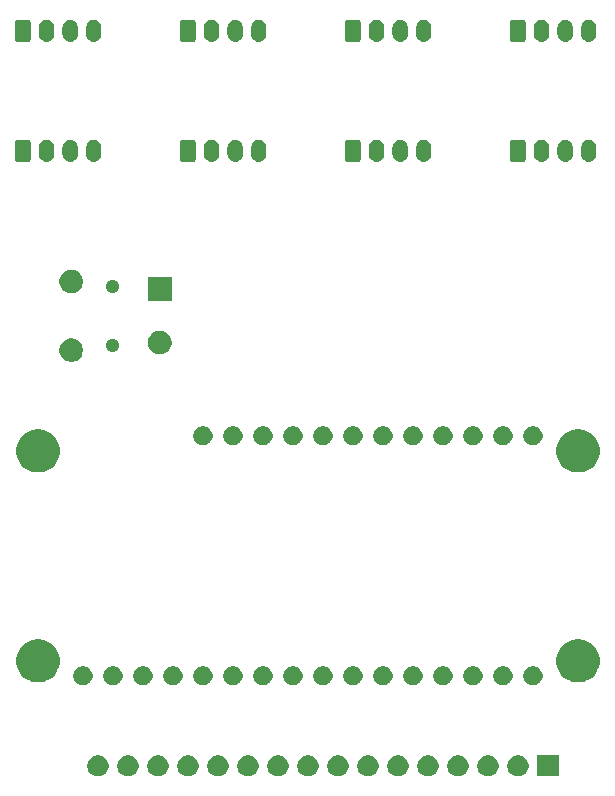
<source format=gbr>
G04 #@! TF.GenerationSoftware,KiCad,Pcbnew,5.1.5-52549c5~84~ubuntu19.10.1*
G04 #@! TF.CreationDate,2019-11-23T11:14:34+01:00*
G04 #@! TF.ProjectId,mep_v2_modif_grove,6d65705f-7632-45f6-9d6f-6469665f6772,rev?*
G04 #@! TF.SameCoordinates,Original*
G04 #@! TF.FileFunction,Soldermask,Top*
G04 #@! TF.FilePolarity,Negative*
%FSLAX46Y46*%
G04 Gerber Fmt 4.6, Leading zero omitted, Abs format (unit mm)*
G04 Created by KiCad (PCBNEW 5.1.5-52549c5~84~ubuntu19.10.1) date 2019-11-23 11:14:34*
%MOMM*%
%LPD*%
G04 APERTURE LIST*
%ADD10C,0.100000*%
G04 APERTURE END LIST*
D10*
G36*
X127113512Y-119753927D02*
G01*
X127262812Y-119783624D01*
X127426784Y-119851544D01*
X127574354Y-119950147D01*
X127699853Y-120075646D01*
X127798456Y-120223216D01*
X127866376Y-120387188D01*
X127901000Y-120561259D01*
X127901000Y-120738741D01*
X127866376Y-120912812D01*
X127798456Y-121076784D01*
X127699853Y-121224354D01*
X127574354Y-121349853D01*
X127426784Y-121448456D01*
X127262812Y-121516376D01*
X127113512Y-121546073D01*
X127088742Y-121551000D01*
X126911258Y-121551000D01*
X126886488Y-121546073D01*
X126737188Y-121516376D01*
X126573216Y-121448456D01*
X126425646Y-121349853D01*
X126300147Y-121224354D01*
X126201544Y-121076784D01*
X126133624Y-120912812D01*
X126099000Y-120738741D01*
X126099000Y-120561259D01*
X126133624Y-120387188D01*
X126201544Y-120223216D01*
X126300147Y-120075646D01*
X126425646Y-119950147D01*
X126573216Y-119851544D01*
X126737188Y-119783624D01*
X126886488Y-119753927D01*
X126911258Y-119749000D01*
X127088742Y-119749000D01*
X127113512Y-119753927D01*
G37*
G36*
X147433512Y-119753927D02*
G01*
X147582812Y-119783624D01*
X147746784Y-119851544D01*
X147894354Y-119950147D01*
X148019853Y-120075646D01*
X148118456Y-120223216D01*
X148186376Y-120387188D01*
X148221000Y-120561259D01*
X148221000Y-120738741D01*
X148186376Y-120912812D01*
X148118456Y-121076784D01*
X148019853Y-121224354D01*
X147894354Y-121349853D01*
X147746784Y-121448456D01*
X147582812Y-121516376D01*
X147433512Y-121546073D01*
X147408742Y-121551000D01*
X147231258Y-121551000D01*
X147206488Y-121546073D01*
X147057188Y-121516376D01*
X146893216Y-121448456D01*
X146745646Y-121349853D01*
X146620147Y-121224354D01*
X146521544Y-121076784D01*
X146453624Y-120912812D01*
X146419000Y-120738741D01*
X146419000Y-120561259D01*
X146453624Y-120387188D01*
X146521544Y-120223216D01*
X146620147Y-120075646D01*
X146745646Y-119950147D01*
X146893216Y-119851544D01*
X147057188Y-119783624D01*
X147206488Y-119753927D01*
X147231258Y-119749000D01*
X147408742Y-119749000D01*
X147433512Y-119753927D01*
G37*
G36*
X166001000Y-121551000D02*
G01*
X164199000Y-121551000D01*
X164199000Y-119749000D01*
X166001000Y-119749000D01*
X166001000Y-121551000D01*
G37*
G36*
X160133512Y-119753927D02*
G01*
X160282812Y-119783624D01*
X160446784Y-119851544D01*
X160594354Y-119950147D01*
X160719853Y-120075646D01*
X160818456Y-120223216D01*
X160886376Y-120387188D01*
X160921000Y-120561259D01*
X160921000Y-120738741D01*
X160886376Y-120912812D01*
X160818456Y-121076784D01*
X160719853Y-121224354D01*
X160594354Y-121349853D01*
X160446784Y-121448456D01*
X160282812Y-121516376D01*
X160133512Y-121546073D01*
X160108742Y-121551000D01*
X159931258Y-121551000D01*
X159906488Y-121546073D01*
X159757188Y-121516376D01*
X159593216Y-121448456D01*
X159445646Y-121349853D01*
X159320147Y-121224354D01*
X159221544Y-121076784D01*
X159153624Y-120912812D01*
X159119000Y-120738741D01*
X159119000Y-120561259D01*
X159153624Y-120387188D01*
X159221544Y-120223216D01*
X159320147Y-120075646D01*
X159445646Y-119950147D01*
X159593216Y-119851544D01*
X159757188Y-119783624D01*
X159906488Y-119753927D01*
X159931258Y-119749000D01*
X160108742Y-119749000D01*
X160133512Y-119753927D01*
G37*
G36*
X157593512Y-119753927D02*
G01*
X157742812Y-119783624D01*
X157906784Y-119851544D01*
X158054354Y-119950147D01*
X158179853Y-120075646D01*
X158278456Y-120223216D01*
X158346376Y-120387188D01*
X158381000Y-120561259D01*
X158381000Y-120738741D01*
X158346376Y-120912812D01*
X158278456Y-121076784D01*
X158179853Y-121224354D01*
X158054354Y-121349853D01*
X157906784Y-121448456D01*
X157742812Y-121516376D01*
X157593512Y-121546073D01*
X157568742Y-121551000D01*
X157391258Y-121551000D01*
X157366488Y-121546073D01*
X157217188Y-121516376D01*
X157053216Y-121448456D01*
X156905646Y-121349853D01*
X156780147Y-121224354D01*
X156681544Y-121076784D01*
X156613624Y-120912812D01*
X156579000Y-120738741D01*
X156579000Y-120561259D01*
X156613624Y-120387188D01*
X156681544Y-120223216D01*
X156780147Y-120075646D01*
X156905646Y-119950147D01*
X157053216Y-119851544D01*
X157217188Y-119783624D01*
X157366488Y-119753927D01*
X157391258Y-119749000D01*
X157568742Y-119749000D01*
X157593512Y-119753927D01*
G37*
G36*
X155053512Y-119753927D02*
G01*
X155202812Y-119783624D01*
X155366784Y-119851544D01*
X155514354Y-119950147D01*
X155639853Y-120075646D01*
X155738456Y-120223216D01*
X155806376Y-120387188D01*
X155841000Y-120561259D01*
X155841000Y-120738741D01*
X155806376Y-120912812D01*
X155738456Y-121076784D01*
X155639853Y-121224354D01*
X155514354Y-121349853D01*
X155366784Y-121448456D01*
X155202812Y-121516376D01*
X155053512Y-121546073D01*
X155028742Y-121551000D01*
X154851258Y-121551000D01*
X154826488Y-121546073D01*
X154677188Y-121516376D01*
X154513216Y-121448456D01*
X154365646Y-121349853D01*
X154240147Y-121224354D01*
X154141544Y-121076784D01*
X154073624Y-120912812D01*
X154039000Y-120738741D01*
X154039000Y-120561259D01*
X154073624Y-120387188D01*
X154141544Y-120223216D01*
X154240147Y-120075646D01*
X154365646Y-119950147D01*
X154513216Y-119851544D01*
X154677188Y-119783624D01*
X154826488Y-119753927D01*
X154851258Y-119749000D01*
X155028742Y-119749000D01*
X155053512Y-119753927D01*
G37*
G36*
X152513512Y-119753927D02*
G01*
X152662812Y-119783624D01*
X152826784Y-119851544D01*
X152974354Y-119950147D01*
X153099853Y-120075646D01*
X153198456Y-120223216D01*
X153266376Y-120387188D01*
X153301000Y-120561259D01*
X153301000Y-120738741D01*
X153266376Y-120912812D01*
X153198456Y-121076784D01*
X153099853Y-121224354D01*
X152974354Y-121349853D01*
X152826784Y-121448456D01*
X152662812Y-121516376D01*
X152513512Y-121546073D01*
X152488742Y-121551000D01*
X152311258Y-121551000D01*
X152286488Y-121546073D01*
X152137188Y-121516376D01*
X151973216Y-121448456D01*
X151825646Y-121349853D01*
X151700147Y-121224354D01*
X151601544Y-121076784D01*
X151533624Y-120912812D01*
X151499000Y-120738741D01*
X151499000Y-120561259D01*
X151533624Y-120387188D01*
X151601544Y-120223216D01*
X151700147Y-120075646D01*
X151825646Y-119950147D01*
X151973216Y-119851544D01*
X152137188Y-119783624D01*
X152286488Y-119753927D01*
X152311258Y-119749000D01*
X152488742Y-119749000D01*
X152513512Y-119753927D01*
G37*
G36*
X149973512Y-119753927D02*
G01*
X150122812Y-119783624D01*
X150286784Y-119851544D01*
X150434354Y-119950147D01*
X150559853Y-120075646D01*
X150658456Y-120223216D01*
X150726376Y-120387188D01*
X150761000Y-120561259D01*
X150761000Y-120738741D01*
X150726376Y-120912812D01*
X150658456Y-121076784D01*
X150559853Y-121224354D01*
X150434354Y-121349853D01*
X150286784Y-121448456D01*
X150122812Y-121516376D01*
X149973512Y-121546073D01*
X149948742Y-121551000D01*
X149771258Y-121551000D01*
X149746488Y-121546073D01*
X149597188Y-121516376D01*
X149433216Y-121448456D01*
X149285646Y-121349853D01*
X149160147Y-121224354D01*
X149061544Y-121076784D01*
X148993624Y-120912812D01*
X148959000Y-120738741D01*
X148959000Y-120561259D01*
X148993624Y-120387188D01*
X149061544Y-120223216D01*
X149160147Y-120075646D01*
X149285646Y-119950147D01*
X149433216Y-119851544D01*
X149597188Y-119783624D01*
X149746488Y-119753927D01*
X149771258Y-119749000D01*
X149948742Y-119749000D01*
X149973512Y-119753927D01*
G37*
G36*
X162673512Y-119753927D02*
G01*
X162822812Y-119783624D01*
X162986784Y-119851544D01*
X163134354Y-119950147D01*
X163259853Y-120075646D01*
X163358456Y-120223216D01*
X163426376Y-120387188D01*
X163461000Y-120561259D01*
X163461000Y-120738741D01*
X163426376Y-120912812D01*
X163358456Y-121076784D01*
X163259853Y-121224354D01*
X163134354Y-121349853D01*
X162986784Y-121448456D01*
X162822812Y-121516376D01*
X162673512Y-121546073D01*
X162648742Y-121551000D01*
X162471258Y-121551000D01*
X162446488Y-121546073D01*
X162297188Y-121516376D01*
X162133216Y-121448456D01*
X161985646Y-121349853D01*
X161860147Y-121224354D01*
X161761544Y-121076784D01*
X161693624Y-120912812D01*
X161659000Y-120738741D01*
X161659000Y-120561259D01*
X161693624Y-120387188D01*
X161761544Y-120223216D01*
X161860147Y-120075646D01*
X161985646Y-119950147D01*
X162133216Y-119851544D01*
X162297188Y-119783624D01*
X162446488Y-119753927D01*
X162471258Y-119749000D01*
X162648742Y-119749000D01*
X162673512Y-119753927D01*
G37*
G36*
X144893512Y-119753927D02*
G01*
X145042812Y-119783624D01*
X145206784Y-119851544D01*
X145354354Y-119950147D01*
X145479853Y-120075646D01*
X145578456Y-120223216D01*
X145646376Y-120387188D01*
X145681000Y-120561259D01*
X145681000Y-120738741D01*
X145646376Y-120912812D01*
X145578456Y-121076784D01*
X145479853Y-121224354D01*
X145354354Y-121349853D01*
X145206784Y-121448456D01*
X145042812Y-121516376D01*
X144893512Y-121546073D01*
X144868742Y-121551000D01*
X144691258Y-121551000D01*
X144666488Y-121546073D01*
X144517188Y-121516376D01*
X144353216Y-121448456D01*
X144205646Y-121349853D01*
X144080147Y-121224354D01*
X143981544Y-121076784D01*
X143913624Y-120912812D01*
X143879000Y-120738741D01*
X143879000Y-120561259D01*
X143913624Y-120387188D01*
X143981544Y-120223216D01*
X144080147Y-120075646D01*
X144205646Y-119950147D01*
X144353216Y-119851544D01*
X144517188Y-119783624D01*
X144666488Y-119753927D01*
X144691258Y-119749000D01*
X144868742Y-119749000D01*
X144893512Y-119753927D01*
G37*
G36*
X142353512Y-119753927D02*
G01*
X142502812Y-119783624D01*
X142666784Y-119851544D01*
X142814354Y-119950147D01*
X142939853Y-120075646D01*
X143038456Y-120223216D01*
X143106376Y-120387188D01*
X143141000Y-120561259D01*
X143141000Y-120738741D01*
X143106376Y-120912812D01*
X143038456Y-121076784D01*
X142939853Y-121224354D01*
X142814354Y-121349853D01*
X142666784Y-121448456D01*
X142502812Y-121516376D01*
X142353512Y-121546073D01*
X142328742Y-121551000D01*
X142151258Y-121551000D01*
X142126488Y-121546073D01*
X141977188Y-121516376D01*
X141813216Y-121448456D01*
X141665646Y-121349853D01*
X141540147Y-121224354D01*
X141441544Y-121076784D01*
X141373624Y-120912812D01*
X141339000Y-120738741D01*
X141339000Y-120561259D01*
X141373624Y-120387188D01*
X141441544Y-120223216D01*
X141540147Y-120075646D01*
X141665646Y-119950147D01*
X141813216Y-119851544D01*
X141977188Y-119783624D01*
X142126488Y-119753927D01*
X142151258Y-119749000D01*
X142328742Y-119749000D01*
X142353512Y-119753927D01*
G37*
G36*
X139813512Y-119753927D02*
G01*
X139962812Y-119783624D01*
X140126784Y-119851544D01*
X140274354Y-119950147D01*
X140399853Y-120075646D01*
X140498456Y-120223216D01*
X140566376Y-120387188D01*
X140601000Y-120561259D01*
X140601000Y-120738741D01*
X140566376Y-120912812D01*
X140498456Y-121076784D01*
X140399853Y-121224354D01*
X140274354Y-121349853D01*
X140126784Y-121448456D01*
X139962812Y-121516376D01*
X139813512Y-121546073D01*
X139788742Y-121551000D01*
X139611258Y-121551000D01*
X139586488Y-121546073D01*
X139437188Y-121516376D01*
X139273216Y-121448456D01*
X139125646Y-121349853D01*
X139000147Y-121224354D01*
X138901544Y-121076784D01*
X138833624Y-120912812D01*
X138799000Y-120738741D01*
X138799000Y-120561259D01*
X138833624Y-120387188D01*
X138901544Y-120223216D01*
X139000147Y-120075646D01*
X139125646Y-119950147D01*
X139273216Y-119851544D01*
X139437188Y-119783624D01*
X139586488Y-119753927D01*
X139611258Y-119749000D01*
X139788742Y-119749000D01*
X139813512Y-119753927D01*
G37*
G36*
X137273512Y-119753927D02*
G01*
X137422812Y-119783624D01*
X137586784Y-119851544D01*
X137734354Y-119950147D01*
X137859853Y-120075646D01*
X137958456Y-120223216D01*
X138026376Y-120387188D01*
X138061000Y-120561259D01*
X138061000Y-120738741D01*
X138026376Y-120912812D01*
X137958456Y-121076784D01*
X137859853Y-121224354D01*
X137734354Y-121349853D01*
X137586784Y-121448456D01*
X137422812Y-121516376D01*
X137273512Y-121546073D01*
X137248742Y-121551000D01*
X137071258Y-121551000D01*
X137046488Y-121546073D01*
X136897188Y-121516376D01*
X136733216Y-121448456D01*
X136585646Y-121349853D01*
X136460147Y-121224354D01*
X136361544Y-121076784D01*
X136293624Y-120912812D01*
X136259000Y-120738741D01*
X136259000Y-120561259D01*
X136293624Y-120387188D01*
X136361544Y-120223216D01*
X136460147Y-120075646D01*
X136585646Y-119950147D01*
X136733216Y-119851544D01*
X136897188Y-119783624D01*
X137046488Y-119753927D01*
X137071258Y-119749000D01*
X137248742Y-119749000D01*
X137273512Y-119753927D01*
G37*
G36*
X134733512Y-119753927D02*
G01*
X134882812Y-119783624D01*
X135046784Y-119851544D01*
X135194354Y-119950147D01*
X135319853Y-120075646D01*
X135418456Y-120223216D01*
X135486376Y-120387188D01*
X135521000Y-120561259D01*
X135521000Y-120738741D01*
X135486376Y-120912812D01*
X135418456Y-121076784D01*
X135319853Y-121224354D01*
X135194354Y-121349853D01*
X135046784Y-121448456D01*
X134882812Y-121516376D01*
X134733512Y-121546073D01*
X134708742Y-121551000D01*
X134531258Y-121551000D01*
X134506488Y-121546073D01*
X134357188Y-121516376D01*
X134193216Y-121448456D01*
X134045646Y-121349853D01*
X133920147Y-121224354D01*
X133821544Y-121076784D01*
X133753624Y-120912812D01*
X133719000Y-120738741D01*
X133719000Y-120561259D01*
X133753624Y-120387188D01*
X133821544Y-120223216D01*
X133920147Y-120075646D01*
X134045646Y-119950147D01*
X134193216Y-119851544D01*
X134357188Y-119783624D01*
X134506488Y-119753927D01*
X134531258Y-119749000D01*
X134708742Y-119749000D01*
X134733512Y-119753927D01*
G37*
G36*
X132193512Y-119753927D02*
G01*
X132342812Y-119783624D01*
X132506784Y-119851544D01*
X132654354Y-119950147D01*
X132779853Y-120075646D01*
X132878456Y-120223216D01*
X132946376Y-120387188D01*
X132981000Y-120561259D01*
X132981000Y-120738741D01*
X132946376Y-120912812D01*
X132878456Y-121076784D01*
X132779853Y-121224354D01*
X132654354Y-121349853D01*
X132506784Y-121448456D01*
X132342812Y-121516376D01*
X132193512Y-121546073D01*
X132168742Y-121551000D01*
X131991258Y-121551000D01*
X131966488Y-121546073D01*
X131817188Y-121516376D01*
X131653216Y-121448456D01*
X131505646Y-121349853D01*
X131380147Y-121224354D01*
X131281544Y-121076784D01*
X131213624Y-120912812D01*
X131179000Y-120738741D01*
X131179000Y-120561259D01*
X131213624Y-120387188D01*
X131281544Y-120223216D01*
X131380147Y-120075646D01*
X131505646Y-119950147D01*
X131653216Y-119851544D01*
X131817188Y-119783624D01*
X131966488Y-119753927D01*
X131991258Y-119749000D01*
X132168742Y-119749000D01*
X132193512Y-119753927D01*
G37*
G36*
X129653512Y-119753927D02*
G01*
X129802812Y-119783624D01*
X129966784Y-119851544D01*
X130114354Y-119950147D01*
X130239853Y-120075646D01*
X130338456Y-120223216D01*
X130406376Y-120387188D01*
X130441000Y-120561259D01*
X130441000Y-120738741D01*
X130406376Y-120912812D01*
X130338456Y-121076784D01*
X130239853Y-121224354D01*
X130114354Y-121349853D01*
X129966784Y-121448456D01*
X129802812Y-121516376D01*
X129653512Y-121546073D01*
X129628742Y-121551000D01*
X129451258Y-121551000D01*
X129426488Y-121546073D01*
X129277188Y-121516376D01*
X129113216Y-121448456D01*
X128965646Y-121349853D01*
X128840147Y-121224354D01*
X128741544Y-121076784D01*
X128673624Y-120912812D01*
X128639000Y-120738741D01*
X128639000Y-120561259D01*
X128673624Y-120387188D01*
X128741544Y-120223216D01*
X128840147Y-120075646D01*
X128965646Y-119950147D01*
X129113216Y-119851544D01*
X129277188Y-119783624D01*
X129426488Y-119753927D01*
X129451258Y-119749000D01*
X129628742Y-119749000D01*
X129653512Y-119753927D01*
G37*
G36*
X133587142Y-112248242D02*
G01*
X133735101Y-112309529D01*
X133868255Y-112398499D01*
X133981501Y-112511745D01*
X134070471Y-112644899D01*
X134131758Y-112792858D01*
X134163000Y-112949925D01*
X134163000Y-113110075D01*
X134131758Y-113267142D01*
X134070471Y-113415101D01*
X133981501Y-113548255D01*
X133868255Y-113661501D01*
X133735101Y-113750471D01*
X133587142Y-113811758D01*
X133430075Y-113843000D01*
X133269925Y-113843000D01*
X133112858Y-113811758D01*
X132964899Y-113750471D01*
X132831745Y-113661501D01*
X132718499Y-113548255D01*
X132629529Y-113415101D01*
X132568242Y-113267142D01*
X132537000Y-113110075D01*
X132537000Y-112949925D01*
X132568242Y-112792858D01*
X132629529Y-112644899D01*
X132718499Y-112511745D01*
X132831745Y-112398499D01*
X132964899Y-112309529D01*
X133112858Y-112248242D01*
X133269925Y-112217000D01*
X133430075Y-112217000D01*
X133587142Y-112248242D01*
G37*
G36*
X161527142Y-112248242D02*
G01*
X161675101Y-112309529D01*
X161808255Y-112398499D01*
X161921501Y-112511745D01*
X162010471Y-112644899D01*
X162071758Y-112792858D01*
X162103000Y-112949925D01*
X162103000Y-113110075D01*
X162071758Y-113267142D01*
X162010471Y-113415101D01*
X161921501Y-113548255D01*
X161808255Y-113661501D01*
X161675101Y-113750471D01*
X161527142Y-113811758D01*
X161370075Y-113843000D01*
X161209925Y-113843000D01*
X161052858Y-113811758D01*
X160904899Y-113750471D01*
X160771745Y-113661501D01*
X160658499Y-113548255D01*
X160569529Y-113415101D01*
X160508242Y-113267142D01*
X160477000Y-113110075D01*
X160477000Y-112949925D01*
X160508242Y-112792858D01*
X160569529Y-112644899D01*
X160658499Y-112511745D01*
X160771745Y-112398499D01*
X160904899Y-112309529D01*
X161052858Y-112248242D01*
X161209925Y-112217000D01*
X161370075Y-112217000D01*
X161527142Y-112248242D01*
G37*
G36*
X156447142Y-112248242D02*
G01*
X156595101Y-112309529D01*
X156728255Y-112398499D01*
X156841501Y-112511745D01*
X156930471Y-112644899D01*
X156991758Y-112792858D01*
X157023000Y-112949925D01*
X157023000Y-113110075D01*
X156991758Y-113267142D01*
X156930471Y-113415101D01*
X156841501Y-113548255D01*
X156728255Y-113661501D01*
X156595101Y-113750471D01*
X156447142Y-113811758D01*
X156290075Y-113843000D01*
X156129925Y-113843000D01*
X155972858Y-113811758D01*
X155824899Y-113750471D01*
X155691745Y-113661501D01*
X155578499Y-113548255D01*
X155489529Y-113415101D01*
X155428242Y-113267142D01*
X155397000Y-113110075D01*
X155397000Y-112949925D01*
X155428242Y-112792858D01*
X155489529Y-112644899D01*
X155578499Y-112511745D01*
X155691745Y-112398499D01*
X155824899Y-112309529D01*
X155972858Y-112248242D01*
X156129925Y-112217000D01*
X156290075Y-112217000D01*
X156447142Y-112248242D01*
G37*
G36*
X153907142Y-112248242D02*
G01*
X154055101Y-112309529D01*
X154188255Y-112398499D01*
X154301501Y-112511745D01*
X154390471Y-112644899D01*
X154451758Y-112792858D01*
X154483000Y-112949925D01*
X154483000Y-113110075D01*
X154451758Y-113267142D01*
X154390471Y-113415101D01*
X154301501Y-113548255D01*
X154188255Y-113661501D01*
X154055101Y-113750471D01*
X153907142Y-113811758D01*
X153750075Y-113843000D01*
X153589925Y-113843000D01*
X153432858Y-113811758D01*
X153284899Y-113750471D01*
X153151745Y-113661501D01*
X153038499Y-113548255D01*
X152949529Y-113415101D01*
X152888242Y-113267142D01*
X152857000Y-113110075D01*
X152857000Y-112949925D01*
X152888242Y-112792858D01*
X152949529Y-112644899D01*
X153038499Y-112511745D01*
X153151745Y-112398499D01*
X153284899Y-112309529D01*
X153432858Y-112248242D01*
X153589925Y-112217000D01*
X153750075Y-112217000D01*
X153907142Y-112248242D01*
G37*
G36*
X151367142Y-112248242D02*
G01*
X151515101Y-112309529D01*
X151648255Y-112398499D01*
X151761501Y-112511745D01*
X151850471Y-112644899D01*
X151911758Y-112792858D01*
X151943000Y-112949925D01*
X151943000Y-113110075D01*
X151911758Y-113267142D01*
X151850471Y-113415101D01*
X151761501Y-113548255D01*
X151648255Y-113661501D01*
X151515101Y-113750471D01*
X151367142Y-113811758D01*
X151210075Y-113843000D01*
X151049925Y-113843000D01*
X150892858Y-113811758D01*
X150744899Y-113750471D01*
X150611745Y-113661501D01*
X150498499Y-113548255D01*
X150409529Y-113415101D01*
X150348242Y-113267142D01*
X150317000Y-113110075D01*
X150317000Y-112949925D01*
X150348242Y-112792858D01*
X150409529Y-112644899D01*
X150498499Y-112511745D01*
X150611745Y-112398499D01*
X150744899Y-112309529D01*
X150892858Y-112248242D01*
X151049925Y-112217000D01*
X151210075Y-112217000D01*
X151367142Y-112248242D01*
G37*
G36*
X148827142Y-112248242D02*
G01*
X148975101Y-112309529D01*
X149108255Y-112398499D01*
X149221501Y-112511745D01*
X149310471Y-112644899D01*
X149371758Y-112792858D01*
X149403000Y-112949925D01*
X149403000Y-113110075D01*
X149371758Y-113267142D01*
X149310471Y-113415101D01*
X149221501Y-113548255D01*
X149108255Y-113661501D01*
X148975101Y-113750471D01*
X148827142Y-113811758D01*
X148670075Y-113843000D01*
X148509925Y-113843000D01*
X148352858Y-113811758D01*
X148204899Y-113750471D01*
X148071745Y-113661501D01*
X147958499Y-113548255D01*
X147869529Y-113415101D01*
X147808242Y-113267142D01*
X147777000Y-113110075D01*
X147777000Y-112949925D01*
X147808242Y-112792858D01*
X147869529Y-112644899D01*
X147958499Y-112511745D01*
X148071745Y-112398499D01*
X148204899Y-112309529D01*
X148352858Y-112248242D01*
X148509925Y-112217000D01*
X148670075Y-112217000D01*
X148827142Y-112248242D01*
G37*
G36*
X146287142Y-112248242D02*
G01*
X146435101Y-112309529D01*
X146568255Y-112398499D01*
X146681501Y-112511745D01*
X146770471Y-112644899D01*
X146831758Y-112792858D01*
X146863000Y-112949925D01*
X146863000Y-113110075D01*
X146831758Y-113267142D01*
X146770471Y-113415101D01*
X146681501Y-113548255D01*
X146568255Y-113661501D01*
X146435101Y-113750471D01*
X146287142Y-113811758D01*
X146130075Y-113843000D01*
X145969925Y-113843000D01*
X145812858Y-113811758D01*
X145664899Y-113750471D01*
X145531745Y-113661501D01*
X145418499Y-113548255D01*
X145329529Y-113415101D01*
X145268242Y-113267142D01*
X145237000Y-113110075D01*
X145237000Y-112949925D01*
X145268242Y-112792858D01*
X145329529Y-112644899D01*
X145418499Y-112511745D01*
X145531745Y-112398499D01*
X145664899Y-112309529D01*
X145812858Y-112248242D01*
X145969925Y-112217000D01*
X146130075Y-112217000D01*
X146287142Y-112248242D01*
G37*
G36*
X143747142Y-112248242D02*
G01*
X143895101Y-112309529D01*
X144028255Y-112398499D01*
X144141501Y-112511745D01*
X144230471Y-112644899D01*
X144291758Y-112792858D01*
X144323000Y-112949925D01*
X144323000Y-113110075D01*
X144291758Y-113267142D01*
X144230471Y-113415101D01*
X144141501Y-113548255D01*
X144028255Y-113661501D01*
X143895101Y-113750471D01*
X143747142Y-113811758D01*
X143590075Y-113843000D01*
X143429925Y-113843000D01*
X143272858Y-113811758D01*
X143124899Y-113750471D01*
X142991745Y-113661501D01*
X142878499Y-113548255D01*
X142789529Y-113415101D01*
X142728242Y-113267142D01*
X142697000Y-113110075D01*
X142697000Y-112949925D01*
X142728242Y-112792858D01*
X142789529Y-112644899D01*
X142878499Y-112511745D01*
X142991745Y-112398499D01*
X143124899Y-112309529D01*
X143272858Y-112248242D01*
X143429925Y-112217000D01*
X143590075Y-112217000D01*
X143747142Y-112248242D01*
G37*
G36*
X138667142Y-112248242D02*
G01*
X138815101Y-112309529D01*
X138948255Y-112398499D01*
X139061501Y-112511745D01*
X139150471Y-112644899D01*
X139211758Y-112792858D01*
X139243000Y-112949925D01*
X139243000Y-113110075D01*
X139211758Y-113267142D01*
X139150471Y-113415101D01*
X139061501Y-113548255D01*
X138948255Y-113661501D01*
X138815101Y-113750471D01*
X138667142Y-113811758D01*
X138510075Y-113843000D01*
X138349925Y-113843000D01*
X138192858Y-113811758D01*
X138044899Y-113750471D01*
X137911745Y-113661501D01*
X137798499Y-113548255D01*
X137709529Y-113415101D01*
X137648242Y-113267142D01*
X137617000Y-113110075D01*
X137617000Y-112949925D01*
X137648242Y-112792858D01*
X137709529Y-112644899D01*
X137798499Y-112511745D01*
X137911745Y-112398499D01*
X138044899Y-112309529D01*
X138192858Y-112248242D01*
X138349925Y-112217000D01*
X138510075Y-112217000D01*
X138667142Y-112248242D01*
G37*
G36*
X136127142Y-112248242D02*
G01*
X136275101Y-112309529D01*
X136408255Y-112398499D01*
X136521501Y-112511745D01*
X136610471Y-112644899D01*
X136671758Y-112792858D01*
X136703000Y-112949925D01*
X136703000Y-113110075D01*
X136671758Y-113267142D01*
X136610471Y-113415101D01*
X136521501Y-113548255D01*
X136408255Y-113661501D01*
X136275101Y-113750471D01*
X136127142Y-113811758D01*
X135970075Y-113843000D01*
X135809925Y-113843000D01*
X135652858Y-113811758D01*
X135504899Y-113750471D01*
X135371745Y-113661501D01*
X135258499Y-113548255D01*
X135169529Y-113415101D01*
X135108242Y-113267142D01*
X135077000Y-113110075D01*
X135077000Y-112949925D01*
X135108242Y-112792858D01*
X135169529Y-112644899D01*
X135258499Y-112511745D01*
X135371745Y-112398499D01*
X135504899Y-112309529D01*
X135652858Y-112248242D01*
X135809925Y-112217000D01*
X135970075Y-112217000D01*
X136127142Y-112248242D01*
G37*
G36*
X125967142Y-112248242D02*
G01*
X126115101Y-112309529D01*
X126248255Y-112398499D01*
X126361501Y-112511745D01*
X126450471Y-112644899D01*
X126511758Y-112792858D01*
X126543000Y-112949925D01*
X126543000Y-113110075D01*
X126511758Y-113267142D01*
X126450471Y-113415101D01*
X126361501Y-113548255D01*
X126248255Y-113661501D01*
X126115101Y-113750471D01*
X125967142Y-113811758D01*
X125810075Y-113843000D01*
X125649925Y-113843000D01*
X125492858Y-113811758D01*
X125344899Y-113750471D01*
X125211745Y-113661501D01*
X125098499Y-113548255D01*
X125009529Y-113415101D01*
X124948242Y-113267142D01*
X124917000Y-113110075D01*
X124917000Y-112949925D01*
X124948242Y-112792858D01*
X125009529Y-112644899D01*
X125098499Y-112511745D01*
X125211745Y-112398499D01*
X125344899Y-112309529D01*
X125492858Y-112248242D01*
X125649925Y-112217000D01*
X125810075Y-112217000D01*
X125967142Y-112248242D01*
G37*
G36*
X131047142Y-112248242D02*
G01*
X131195101Y-112309529D01*
X131328255Y-112398499D01*
X131441501Y-112511745D01*
X131530471Y-112644899D01*
X131591758Y-112792858D01*
X131623000Y-112949925D01*
X131623000Y-113110075D01*
X131591758Y-113267142D01*
X131530471Y-113415101D01*
X131441501Y-113548255D01*
X131328255Y-113661501D01*
X131195101Y-113750471D01*
X131047142Y-113811758D01*
X130890075Y-113843000D01*
X130729925Y-113843000D01*
X130572858Y-113811758D01*
X130424899Y-113750471D01*
X130291745Y-113661501D01*
X130178499Y-113548255D01*
X130089529Y-113415101D01*
X130028242Y-113267142D01*
X129997000Y-113110075D01*
X129997000Y-112949925D01*
X130028242Y-112792858D01*
X130089529Y-112644899D01*
X130178499Y-112511745D01*
X130291745Y-112398499D01*
X130424899Y-112309529D01*
X130572858Y-112248242D01*
X130729925Y-112217000D01*
X130890075Y-112217000D01*
X131047142Y-112248242D01*
G37*
G36*
X128507142Y-112248242D02*
G01*
X128655101Y-112309529D01*
X128788255Y-112398499D01*
X128901501Y-112511745D01*
X128990471Y-112644899D01*
X129051758Y-112792858D01*
X129083000Y-112949925D01*
X129083000Y-113110075D01*
X129051758Y-113267142D01*
X128990471Y-113415101D01*
X128901501Y-113548255D01*
X128788255Y-113661501D01*
X128655101Y-113750471D01*
X128507142Y-113811758D01*
X128350075Y-113843000D01*
X128189925Y-113843000D01*
X128032858Y-113811758D01*
X127884899Y-113750471D01*
X127751745Y-113661501D01*
X127638499Y-113548255D01*
X127549529Y-113415101D01*
X127488242Y-113267142D01*
X127457000Y-113110075D01*
X127457000Y-112949925D01*
X127488242Y-112792858D01*
X127549529Y-112644899D01*
X127638499Y-112511745D01*
X127751745Y-112398499D01*
X127884899Y-112309529D01*
X128032858Y-112248242D01*
X128189925Y-112217000D01*
X128350075Y-112217000D01*
X128507142Y-112248242D01*
G37*
G36*
X158987142Y-112248242D02*
G01*
X159135101Y-112309529D01*
X159268255Y-112398499D01*
X159381501Y-112511745D01*
X159470471Y-112644899D01*
X159531758Y-112792858D01*
X159563000Y-112949925D01*
X159563000Y-113110075D01*
X159531758Y-113267142D01*
X159470471Y-113415101D01*
X159381501Y-113548255D01*
X159268255Y-113661501D01*
X159135101Y-113750471D01*
X158987142Y-113811758D01*
X158830075Y-113843000D01*
X158669925Y-113843000D01*
X158512858Y-113811758D01*
X158364899Y-113750471D01*
X158231745Y-113661501D01*
X158118499Y-113548255D01*
X158029529Y-113415101D01*
X157968242Y-113267142D01*
X157937000Y-113110075D01*
X157937000Y-112949925D01*
X157968242Y-112792858D01*
X158029529Y-112644899D01*
X158118499Y-112511745D01*
X158231745Y-112398499D01*
X158364899Y-112309529D01*
X158512858Y-112248242D01*
X158669925Y-112217000D01*
X158830075Y-112217000D01*
X158987142Y-112248242D01*
G37*
G36*
X164067142Y-112248242D02*
G01*
X164215101Y-112309529D01*
X164348255Y-112398499D01*
X164461501Y-112511745D01*
X164550471Y-112644899D01*
X164611758Y-112792858D01*
X164643000Y-112949925D01*
X164643000Y-113110075D01*
X164611758Y-113267142D01*
X164550471Y-113415101D01*
X164461501Y-113548255D01*
X164348255Y-113661501D01*
X164215101Y-113750471D01*
X164067142Y-113811758D01*
X163910075Y-113843000D01*
X163749925Y-113843000D01*
X163592858Y-113811758D01*
X163444899Y-113750471D01*
X163311745Y-113661501D01*
X163198499Y-113548255D01*
X163109529Y-113415101D01*
X163048242Y-113267142D01*
X163017000Y-113110075D01*
X163017000Y-112949925D01*
X163048242Y-112792858D01*
X163109529Y-112644899D01*
X163198499Y-112511745D01*
X163311745Y-112398499D01*
X163444899Y-112309529D01*
X163592858Y-112248242D01*
X163749925Y-112217000D01*
X163910075Y-112217000D01*
X164067142Y-112248242D01*
G37*
G36*
X141207142Y-112248242D02*
G01*
X141355101Y-112309529D01*
X141488255Y-112398499D01*
X141601501Y-112511745D01*
X141690471Y-112644899D01*
X141751758Y-112792858D01*
X141783000Y-112949925D01*
X141783000Y-113110075D01*
X141751758Y-113267142D01*
X141690471Y-113415101D01*
X141601501Y-113548255D01*
X141488255Y-113661501D01*
X141355101Y-113750471D01*
X141207142Y-113811758D01*
X141050075Y-113843000D01*
X140889925Y-113843000D01*
X140732858Y-113811758D01*
X140584899Y-113750471D01*
X140451745Y-113661501D01*
X140338499Y-113548255D01*
X140249529Y-113415101D01*
X140188242Y-113267142D01*
X140157000Y-113110075D01*
X140157000Y-112949925D01*
X140188242Y-112792858D01*
X140249529Y-112644899D01*
X140338499Y-112511745D01*
X140451745Y-112398499D01*
X140584899Y-112309529D01*
X140732858Y-112248242D01*
X140889925Y-112217000D01*
X141050075Y-112217000D01*
X141207142Y-112248242D01*
G37*
G36*
X122276820Y-109966143D02*
G01*
X122453500Y-110001287D01*
X122591373Y-110058396D01*
X122786355Y-110139160D01*
X122786356Y-110139161D01*
X123085920Y-110339323D01*
X123340677Y-110594080D01*
X123340678Y-110594082D01*
X123540840Y-110893645D01*
X123621604Y-111088627D01*
X123678713Y-111226500D01*
X123749000Y-111579859D01*
X123749000Y-111940141D01*
X123678713Y-112293500D01*
X123635221Y-112398499D01*
X123540840Y-112626355D01*
X123441438Y-112775120D01*
X123340677Y-112925920D01*
X123085920Y-113180677D01*
X122956516Y-113267142D01*
X122786355Y-113380840D01*
X122703641Y-113415101D01*
X122453500Y-113518713D01*
X122304981Y-113548255D01*
X122100142Y-113589000D01*
X121739858Y-113589000D01*
X121535019Y-113548255D01*
X121386500Y-113518713D01*
X121136359Y-113415101D01*
X121053645Y-113380840D01*
X120883484Y-113267142D01*
X120754080Y-113180677D01*
X120499323Y-112925920D01*
X120398562Y-112775120D01*
X120299160Y-112626355D01*
X120204779Y-112398499D01*
X120161287Y-112293500D01*
X120091000Y-111940141D01*
X120091000Y-111579859D01*
X120161287Y-111226500D01*
X120218396Y-111088627D01*
X120299160Y-110893645D01*
X120499322Y-110594082D01*
X120499323Y-110594080D01*
X120754080Y-110339323D01*
X121053644Y-110139161D01*
X121053645Y-110139160D01*
X121248627Y-110058396D01*
X121386500Y-110001287D01*
X121563180Y-109966143D01*
X121739858Y-109931000D01*
X122100142Y-109931000D01*
X122276820Y-109966143D01*
G37*
G36*
X167996820Y-109966143D02*
G01*
X168173500Y-110001287D01*
X168311373Y-110058396D01*
X168506355Y-110139160D01*
X168506356Y-110139161D01*
X168805920Y-110339323D01*
X169060677Y-110594080D01*
X169060678Y-110594082D01*
X169260840Y-110893645D01*
X169341604Y-111088627D01*
X169398713Y-111226500D01*
X169469000Y-111579859D01*
X169469000Y-111940141D01*
X169398713Y-112293500D01*
X169355221Y-112398499D01*
X169260840Y-112626355D01*
X169161438Y-112775120D01*
X169060677Y-112925920D01*
X168805920Y-113180677D01*
X168676516Y-113267142D01*
X168506355Y-113380840D01*
X168423641Y-113415101D01*
X168173500Y-113518713D01*
X168024981Y-113548255D01*
X167820142Y-113589000D01*
X167459858Y-113589000D01*
X167255019Y-113548255D01*
X167106500Y-113518713D01*
X166856359Y-113415101D01*
X166773645Y-113380840D01*
X166603484Y-113267142D01*
X166474080Y-113180677D01*
X166219323Y-112925920D01*
X166118562Y-112775120D01*
X166019160Y-112626355D01*
X165924779Y-112398499D01*
X165881287Y-112293500D01*
X165811000Y-111940141D01*
X165811000Y-111579859D01*
X165881287Y-111226500D01*
X165938396Y-111088627D01*
X166019160Y-110893645D01*
X166219322Y-110594082D01*
X166219323Y-110594080D01*
X166474080Y-110339323D01*
X166773644Y-110139161D01*
X166773645Y-110139160D01*
X166968627Y-110058396D01*
X167106500Y-110001287D01*
X167283180Y-109966143D01*
X167459858Y-109931000D01*
X167820142Y-109931000D01*
X167996820Y-109966143D01*
G37*
G36*
X122276820Y-92186143D02*
G01*
X122453500Y-92221287D01*
X122591373Y-92278396D01*
X122786355Y-92359160D01*
X122786356Y-92359161D01*
X123085920Y-92559323D01*
X123340677Y-92814080D01*
X123340678Y-92814082D01*
X123540840Y-93113645D01*
X123621604Y-93308627D01*
X123672074Y-93430471D01*
X123678713Y-93446501D01*
X123749000Y-93799858D01*
X123749000Y-94160142D01*
X123678713Y-94513499D01*
X123540840Y-94846355D01*
X123540839Y-94846356D01*
X123340677Y-95145920D01*
X123085920Y-95400677D01*
X122935120Y-95501438D01*
X122786355Y-95600840D01*
X122591373Y-95681604D01*
X122453500Y-95738713D01*
X122276820Y-95773857D01*
X122100142Y-95809000D01*
X121739858Y-95809000D01*
X121563179Y-95773856D01*
X121386500Y-95738713D01*
X121248627Y-95681604D01*
X121053645Y-95600840D01*
X120904880Y-95501438D01*
X120754080Y-95400677D01*
X120499323Y-95145920D01*
X120299161Y-94846356D01*
X120299160Y-94846355D01*
X120161287Y-94513499D01*
X120091000Y-94160142D01*
X120091000Y-93799858D01*
X120161287Y-93446501D01*
X120167927Y-93430471D01*
X120218396Y-93308627D01*
X120299160Y-93113645D01*
X120499322Y-92814082D01*
X120499323Y-92814080D01*
X120754080Y-92559323D01*
X121053644Y-92359161D01*
X121053645Y-92359160D01*
X121248627Y-92278396D01*
X121386500Y-92221287D01*
X121563180Y-92186143D01*
X121739858Y-92151000D01*
X122100142Y-92151000D01*
X122276820Y-92186143D01*
G37*
G36*
X167996820Y-92186143D02*
G01*
X168173500Y-92221287D01*
X168311373Y-92278396D01*
X168506355Y-92359160D01*
X168506356Y-92359161D01*
X168805920Y-92559323D01*
X169060677Y-92814080D01*
X169060678Y-92814082D01*
X169260840Y-93113645D01*
X169341604Y-93308627D01*
X169392074Y-93430471D01*
X169398713Y-93446501D01*
X169469000Y-93799858D01*
X169469000Y-94160142D01*
X169398713Y-94513499D01*
X169260840Y-94846355D01*
X169260839Y-94846356D01*
X169060677Y-95145920D01*
X168805920Y-95400677D01*
X168655120Y-95501438D01*
X168506355Y-95600840D01*
X168311373Y-95681604D01*
X168173500Y-95738713D01*
X167996820Y-95773857D01*
X167820142Y-95809000D01*
X167459858Y-95809000D01*
X167283179Y-95773856D01*
X167106500Y-95738713D01*
X166968627Y-95681604D01*
X166773645Y-95600840D01*
X166624880Y-95501438D01*
X166474080Y-95400677D01*
X166219323Y-95145920D01*
X166019161Y-94846356D01*
X166019160Y-94846355D01*
X165881287Y-94513499D01*
X165811000Y-94160142D01*
X165811000Y-93799858D01*
X165881287Y-93446501D01*
X165887927Y-93430471D01*
X165938396Y-93308627D01*
X166019160Y-93113645D01*
X166219322Y-92814082D01*
X166219323Y-92814080D01*
X166474080Y-92559323D01*
X166773644Y-92359161D01*
X166773645Y-92359160D01*
X166968627Y-92278396D01*
X167106500Y-92221287D01*
X167283180Y-92186143D01*
X167459858Y-92151000D01*
X167820142Y-92151000D01*
X167996820Y-92186143D01*
G37*
G36*
X136127142Y-91928242D02*
G01*
X136275101Y-91989529D01*
X136408255Y-92078499D01*
X136521501Y-92191745D01*
X136610471Y-92324899D01*
X136671758Y-92472858D01*
X136703000Y-92629925D01*
X136703000Y-92790075D01*
X136671758Y-92947142D01*
X136610471Y-93095101D01*
X136521501Y-93228255D01*
X136408255Y-93341501D01*
X136275101Y-93430471D01*
X136127142Y-93491758D01*
X135970075Y-93523000D01*
X135809925Y-93523000D01*
X135652858Y-93491758D01*
X135504899Y-93430471D01*
X135371745Y-93341501D01*
X135258499Y-93228255D01*
X135169529Y-93095101D01*
X135108242Y-92947142D01*
X135077000Y-92790075D01*
X135077000Y-92629925D01*
X135108242Y-92472858D01*
X135169529Y-92324899D01*
X135258499Y-92191745D01*
X135371745Y-92078499D01*
X135504899Y-91989529D01*
X135652858Y-91928242D01*
X135809925Y-91897000D01*
X135970075Y-91897000D01*
X136127142Y-91928242D01*
G37*
G36*
X138667142Y-91928242D02*
G01*
X138815101Y-91989529D01*
X138948255Y-92078499D01*
X139061501Y-92191745D01*
X139150471Y-92324899D01*
X139211758Y-92472858D01*
X139243000Y-92629925D01*
X139243000Y-92790075D01*
X139211758Y-92947142D01*
X139150471Y-93095101D01*
X139061501Y-93228255D01*
X138948255Y-93341501D01*
X138815101Y-93430471D01*
X138667142Y-93491758D01*
X138510075Y-93523000D01*
X138349925Y-93523000D01*
X138192858Y-93491758D01*
X138044899Y-93430471D01*
X137911745Y-93341501D01*
X137798499Y-93228255D01*
X137709529Y-93095101D01*
X137648242Y-92947142D01*
X137617000Y-92790075D01*
X137617000Y-92629925D01*
X137648242Y-92472858D01*
X137709529Y-92324899D01*
X137798499Y-92191745D01*
X137911745Y-92078499D01*
X138044899Y-91989529D01*
X138192858Y-91928242D01*
X138349925Y-91897000D01*
X138510075Y-91897000D01*
X138667142Y-91928242D01*
G37*
G36*
X141207142Y-91928242D02*
G01*
X141355101Y-91989529D01*
X141488255Y-92078499D01*
X141601501Y-92191745D01*
X141690471Y-92324899D01*
X141751758Y-92472858D01*
X141783000Y-92629925D01*
X141783000Y-92790075D01*
X141751758Y-92947142D01*
X141690471Y-93095101D01*
X141601501Y-93228255D01*
X141488255Y-93341501D01*
X141355101Y-93430471D01*
X141207142Y-93491758D01*
X141050075Y-93523000D01*
X140889925Y-93523000D01*
X140732858Y-93491758D01*
X140584899Y-93430471D01*
X140451745Y-93341501D01*
X140338499Y-93228255D01*
X140249529Y-93095101D01*
X140188242Y-92947142D01*
X140157000Y-92790075D01*
X140157000Y-92629925D01*
X140188242Y-92472858D01*
X140249529Y-92324899D01*
X140338499Y-92191745D01*
X140451745Y-92078499D01*
X140584899Y-91989529D01*
X140732858Y-91928242D01*
X140889925Y-91897000D01*
X141050075Y-91897000D01*
X141207142Y-91928242D01*
G37*
G36*
X143747142Y-91928242D02*
G01*
X143895101Y-91989529D01*
X144028255Y-92078499D01*
X144141501Y-92191745D01*
X144230471Y-92324899D01*
X144291758Y-92472858D01*
X144323000Y-92629925D01*
X144323000Y-92790075D01*
X144291758Y-92947142D01*
X144230471Y-93095101D01*
X144141501Y-93228255D01*
X144028255Y-93341501D01*
X143895101Y-93430471D01*
X143747142Y-93491758D01*
X143590075Y-93523000D01*
X143429925Y-93523000D01*
X143272858Y-93491758D01*
X143124899Y-93430471D01*
X142991745Y-93341501D01*
X142878499Y-93228255D01*
X142789529Y-93095101D01*
X142728242Y-92947142D01*
X142697000Y-92790075D01*
X142697000Y-92629925D01*
X142728242Y-92472858D01*
X142789529Y-92324899D01*
X142878499Y-92191745D01*
X142991745Y-92078499D01*
X143124899Y-91989529D01*
X143272858Y-91928242D01*
X143429925Y-91897000D01*
X143590075Y-91897000D01*
X143747142Y-91928242D01*
G37*
G36*
X146287142Y-91928242D02*
G01*
X146435101Y-91989529D01*
X146568255Y-92078499D01*
X146681501Y-92191745D01*
X146770471Y-92324899D01*
X146831758Y-92472858D01*
X146863000Y-92629925D01*
X146863000Y-92790075D01*
X146831758Y-92947142D01*
X146770471Y-93095101D01*
X146681501Y-93228255D01*
X146568255Y-93341501D01*
X146435101Y-93430471D01*
X146287142Y-93491758D01*
X146130075Y-93523000D01*
X145969925Y-93523000D01*
X145812858Y-93491758D01*
X145664899Y-93430471D01*
X145531745Y-93341501D01*
X145418499Y-93228255D01*
X145329529Y-93095101D01*
X145268242Y-92947142D01*
X145237000Y-92790075D01*
X145237000Y-92629925D01*
X145268242Y-92472858D01*
X145329529Y-92324899D01*
X145418499Y-92191745D01*
X145531745Y-92078499D01*
X145664899Y-91989529D01*
X145812858Y-91928242D01*
X145969925Y-91897000D01*
X146130075Y-91897000D01*
X146287142Y-91928242D01*
G37*
G36*
X148827142Y-91928242D02*
G01*
X148975101Y-91989529D01*
X149108255Y-92078499D01*
X149221501Y-92191745D01*
X149310471Y-92324899D01*
X149371758Y-92472858D01*
X149403000Y-92629925D01*
X149403000Y-92790075D01*
X149371758Y-92947142D01*
X149310471Y-93095101D01*
X149221501Y-93228255D01*
X149108255Y-93341501D01*
X148975101Y-93430471D01*
X148827142Y-93491758D01*
X148670075Y-93523000D01*
X148509925Y-93523000D01*
X148352858Y-93491758D01*
X148204899Y-93430471D01*
X148071745Y-93341501D01*
X147958499Y-93228255D01*
X147869529Y-93095101D01*
X147808242Y-92947142D01*
X147777000Y-92790075D01*
X147777000Y-92629925D01*
X147808242Y-92472858D01*
X147869529Y-92324899D01*
X147958499Y-92191745D01*
X148071745Y-92078499D01*
X148204899Y-91989529D01*
X148352858Y-91928242D01*
X148509925Y-91897000D01*
X148670075Y-91897000D01*
X148827142Y-91928242D01*
G37*
G36*
X153907142Y-91928242D02*
G01*
X154055101Y-91989529D01*
X154188255Y-92078499D01*
X154301501Y-92191745D01*
X154390471Y-92324899D01*
X154451758Y-92472858D01*
X154483000Y-92629925D01*
X154483000Y-92790075D01*
X154451758Y-92947142D01*
X154390471Y-93095101D01*
X154301501Y-93228255D01*
X154188255Y-93341501D01*
X154055101Y-93430471D01*
X153907142Y-93491758D01*
X153750075Y-93523000D01*
X153589925Y-93523000D01*
X153432858Y-93491758D01*
X153284899Y-93430471D01*
X153151745Y-93341501D01*
X153038499Y-93228255D01*
X152949529Y-93095101D01*
X152888242Y-92947142D01*
X152857000Y-92790075D01*
X152857000Y-92629925D01*
X152888242Y-92472858D01*
X152949529Y-92324899D01*
X153038499Y-92191745D01*
X153151745Y-92078499D01*
X153284899Y-91989529D01*
X153432858Y-91928242D01*
X153589925Y-91897000D01*
X153750075Y-91897000D01*
X153907142Y-91928242D01*
G37*
G36*
X156447142Y-91928242D02*
G01*
X156595101Y-91989529D01*
X156728255Y-92078499D01*
X156841501Y-92191745D01*
X156930471Y-92324899D01*
X156991758Y-92472858D01*
X157023000Y-92629925D01*
X157023000Y-92790075D01*
X156991758Y-92947142D01*
X156930471Y-93095101D01*
X156841501Y-93228255D01*
X156728255Y-93341501D01*
X156595101Y-93430471D01*
X156447142Y-93491758D01*
X156290075Y-93523000D01*
X156129925Y-93523000D01*
X155972858Y-93491758D01*
X155824899Y-93430471D01*
X155691745Y-93341501D01*
X155578499Y-93228255D01*
X155489529Y-93095101D01*
X155428242Y-92947142D01*
X155397000Y-92790075D01*
X155397000Y-92629925D01*
X155428242Y-92472858D01*
X155489529Y-92324899D01*
X155578499Y-92191745D01*
X155691745Y-92078499D01*
X155824899Y-91989529D01*
X155972858Y-91928242D01*
X156129925Y-91897000D01*
X156290075Y-91897000D01*
X156447142Y-91928242D01*
G37*
G36*
X158987142Y-91928242D02*
G01*
X159135101Y-91989529D01*
X159268255Y-92078499D01*
X159381501Y-92191745D01*
X159470471Y-92324899D01*
X159531758Y-92472858D01*
X159563000Y-92629925D01*
X159563000Y-92790075D01*
X159531758Y-92947142D01*
X159470471Y-93095101D01*
X159381501Y-93228255D01*
X159268255Y-93341501D01*
X159135101Y-93430471D01*
X158987142Y-93491758D01*
X158830075Y-93523000D01*
X158669925Y-93523000D01*
X158512858Y-93491758D01*
X158364899Y-93430471D01*
X158231745Y-93341501D01*
X158118499Y-93228255D01*
X158029529Y-93095101D01*
X157968242Y-92947142D01*
X157937000Y-92790075D01*
X157937000Y-92629925D01*
X157968242Y-92472858D01*
X158029529Y-92324899D01*
X158118499Y-92191745D01*
X158231745Y-92078499D01*
X158364899Y-91989529D01*
X158512858Y-91928242D01*
X158669925Y-91897000D01*
X158830075Y-91897000D01*
X158987142Y-91928242D01*
G37*
G36*
X161527142Y-91928242D02*
G01*
X161675101Y-91989529D01*
X161808255Y-92078499D01*
X161921501Y-92191745D01*
X162010471Y-92324899D01*
X162071758Y-92472858D01*
X162103000Y-92629925D01*
X162103000Y-92790075D01*
X162071758Y-92947142D01*
X162010471Y-93095101D01*
X161921501Y-93228255D01*
X161808255Y-93341501D01*
X161675101Y-93430471D01*
X161527142Y-93491758D01*
X161370075Y-93523000D01*
X161209925Y-93523000D01*
X161052858Y-93491758D01*
X160904899Y-93430471D01*
X160771745Y-93341501D01*
X160658499Y-93228255D01*
X160569529Y-93095101D01*
X160508242Y-92947142D01*
X160477000Y-92790075D01*
X160477000Y-92629925D01*
X160508242Y-92472858D01*
X160569529Y-92324899D01*
X160658499Y-92191745D01*
X160771745Y-92078499D01*
X160904899Y-91989529D01*
X161052858Y-91928242D01*
X161209925Y-91897000D01*
X161370075Y-91897000D01*
X161527142Y-91928242D01*
G37*
G36*
X164067142Y-91928242D02*
G01*
X164215101Y-91989529D01*
X164348255Y-92078499D01*
X164461501Y-92191745D01*
X164550471Y-92324899D01*
X164611758Y-92472858D01*
X164643000Y-92629925D01*
X164643000Y-92790075D01*
X164611758Y-92947142D01*
X164550471Y-93095101D01*
X164461501Y-93228255D01*
X164348255Y-93341501D01*
X164215101Y-93430471D01*
X164067142Y-93491758D01*
X163910075Y-93523000D01*
X163749925Y-93523000D01*
X163592858Y-93491758D01*
X163444899Y-93430471D01*
X163311745Y-93341501D01*
X163198499Y-93228255D01*
X163109529Y-93095101D01*
X163048242Y-92947142D01*
X163017000Y-92790075D01*
X163017000Y-92629925D01*
X163048242Y-92472858D01*
X163109529Y-92324899D01*
X163198499Y-92191745D01*
X163311745Y-92078499D01*
X163444899Y-91989529D01*
X163592858Y-91928242D01*
X163749925Y-91897000D01*
X163910075Y-91897000D01*
X164067142Y-91928242D01*
G37*
G36*
X151367142Y-91928242D02*
G01*
X151515101Y-91989529D01*
X151648255Y-92078499D01*
X151761501Y-92191745D01*
X151850471Y-92324899D01*
X151911758Y-92472858D01*
X151943000Y-92629925D01*
X151943000Y-92790075D01*
X151911758Y-92947142D01*
X151850471Y-93095101D01*
X151761501Y-93228255D01*
X151648255Y-93341501D01*
X151515101Y-93430471D01*
X151367142Y-93491758D01*
X151210075Y-93523000D01*
X151049925Y-93523000D01*
X150892858Y-93491758D01*
X150744899Y-93430471D01*
X150611745Y-93341501D01*
X150498499Y-93228255D01*
X150409529Y-93095101D01*
X150348242Y-92947142D01*
X150317000Y-92790075D01*
X150317000Y-92629925D01*
X150348242Y-92472858D01*
X150409529Y-92324899D01*
X150498499Y-92191745D01*
X150611745Y-92078499D01*
X150744899Y-91989529D01*
X150892858Y-91928242D01*
X151049925Y-91897000D01*
X151210075Y-91897000D01*
X151367142Y-91928242D01*
G37*
G36*
X125021981Y-84487468D02*
G01*
X125100942Y-84520175D01*
X125201216Y-84561710D01*
X125204151Y-84562926D01*
X125368100Y-84672473D01*
X125507527Y-84811900D01*
X125617074Y-84975849D01*
X125617075Y-84975851D01*
X125639175Y-85029205D01*
X125692532Y-85158019D01*
X125731000Y-85351410D01*
X125731000Y-85548590D01*
X125692532Y-85741981D01*
X125617074Y-85924151D01*
X125507527Y-86088100D01*
X125368100Y-86227527D01*
X125204151Y-86337074D01*
X125021981Y-86412532D01*
X124828591Y-86451000D01*
X124631409Y-86451000D01*
X124438019Y-86412532D01*
X124255849Y-86337074D01*
X124091900Y-86227527D01*
X123952473Y-86088100D01*
X123842926Y-85924151D01*
X123767468Y-85741981D01*
X123729000Y-85548590D01*
X123729000Y-85351410D01*
X123767468Y-85158019D01*
X123820825Y-85029205D01*
X123842925Y-84975851D01*
X123842926Y-84975849D01*
X123952473Y-84811900D01*
X124091900Y-84672473D01*
X124255849Y-84562926D01*
X124258785Y-84561710D01*
X124359058Y-84520175D01*
X124438019Y-84487468D01*
X124534715Y-84468234D01*
X124631409Y-84449000D01*
X124828591Y-84449000D01*
X125021981Y-84487468D01*
G37*
G36*
X132425285Y-83818234D02*
G01*
X132521981Y-83837468D01*
X132704151Y-83912926D01*
X132868100Y-84022473D01*
X133007527Y-84161900D01*
X133117074Y-84325849D01*
X133192532Y-84508019D01*
X133203454Y-84562926D01*
X133230473Y-84698758D01*
X133231000Y-84701410D01*
X133231000Y-84898590D01*
X133192532Y-85091981D01*
X133117074Y-85274151D01*
X133007527Y-85438100D01*
X132868100Y-85577527D01*
X132704151Y-85687074D01*
X132521981Y-85762532D01*
X132425285Y-85781766D01*
X132328591Y-85801000D01*
X132131409Y-85801000D01*
X132034715Y-85781766D01*
X131938019Y-85762532D01*
X131755849Y-85687074D01*
X131591900Y-85577527D01*
X131452473Y-85438100D01*
X131342926Y-85274151D01*
X131267468Y-85091981D01*
X131229000Y-84898590D01*
X131229000Y-84701410D01*
X131229528Y-84698758D01*
X131256546Y-84562926D01*
X131267468Y-84508019D01*
X131342926Y-84325849D01*
X131452473Y-84161900D01*
X131591900Y-84022473D01*
X131755849Y-83912926D01*
X131938019Y-83837468D01*
X132034715Y-83818234D01*
X132131409Y-83799000D01*
X132328591Y-83799000D01*
X132425285Y-83818234D01*
G37*
G36*
X128390721Y-84520174D02*
G01*
X128490995Y-84561709D01*
X128492816Y-84562926D01*
X128581242Y-84622010D01*
X128657990Y-84698758D01*
X128657991Y-84698760D01*
X128718291Y-84789005D01*
X128759826Y-84889279D01*
X128781000Y-84995730D01*
X128781000Y-85104270D01*
X128759826Y-85210721D01*
X128718291Y-85310995D01*
X128718290Y-85310996D01*
X128657990Y-85401242D01*
X128581242Y-85477990D01*
X128535812Y-85508345D01*
X128490995Y-85538291D01*
X128390721Y-85579826D01*
X128284270Y-85601000D01*
X128175730Y-85601000D01*
X128069279Y-85579826D01*
X127969005Y-85538291D01*
X127924188Y-85508345D01*
X127878758Y-85477990D01*
X127802010Y-85401242D01*
X127741710Y-85310996D01*
X127741709Y-85310995D01*
X127700174Y-85210721D01*
X127679000Y-85104270D01*
X127679000Y-84995730D01*
X127700174Y-84889279D01*
X127741709Y-84789005D01*
X127802009Y-84698760D01*
X127802010Y-84698758D01*
X127878758Y-84622010D01*
X127967184Y-84562926D01*
X127969005Y-84561709D01*
X128069279Y-84520174D01*
X128175730Y-84499000D01*
X128284270Y-84499000D01*
X128390721Y-84520174D01*
G37*
G36*
X133231000Y-81301000D02*
G01*
X131229000Y-81301000D01*
X131229000Y-79299000D01*
X133231000Y-79299000D01*
X133231000Y-81301000D01*
G37*
G36*
X124925285Y-78668234D02*
G01*
X125021981Y-78687468D01*
X125204151Y-78762926D01*
X125368100Y-78872473D01*
X125507527Y-79011900D01*
X125617074Y-79175849D01*
X125617075Y-79175851D01*
X125692532Y-79358020D01*
X125731000Y-79551409D01*
X125731000Y-79748591D01*
X125692532Y-79941980D01*
X125625310Y-80104269D01*
X125617074Y-80124151D01*
X125507527Y-80288100D01*
X125368100Y-80427527D01*
X125204151Y-80537074D01*
X125204150Y-80537075D01*
X125204149Y-80537075D01*
X125201213Y-80538291D01*
X125021981Y-80612532D01*
X124828591Y-80651000D01*
X124631409Y-80651000D01*
X124438019Y-80612532D01*
X124258787Y-80538291D01*
X124255851Y-80537075D01*
X124255850Y-80537075D01*
X124255849Y-80537074D01*
X124091900Y-80427527D01*
X123952473Y-80288100D01*
X123842926Y-80124151D01*
X123834691Y-80104269D01*
X123767468Y-79941980D01*
X123729000Y-79748591D01*
X123729000Y-79551409D01*
X123767468Y-79358020D01*
X123842925Y-79175851D01*
X123842926Y-79175849D01*
X123952473Y-79011900D01*
X124091900Y-78872473D01*
X124255849Y-78762926D01*
X124438019Y-78687468D01*
X124534715Y-78668234D01*
X124631409Y-78649000D01*
X124828591Y-78649000D01*
X124925285Y-78668234D01*
G37*
G36*
X128390721Y-79520174D02*
G01*
X128490995Y-79561709D01*
X128490996Y-79561710D01*
X128581242Y-79622010D01*
X128657990Y-79698758D01*
X128657991Y-79698760D01*
X128718291Y-79789005D01*
X128759826Y-79889279D01*
X128781000Y-79995730D01*
X128781000Y-80104270D01*
X128759826Y-80210721D01*
X128718291Y-80310995D01*
X128718290Y-80310996D01*
X128657990Y-80401242D01*
X128581242Y-80477990D01*
X128535812Y-80508345D01*
X128490995Y-80538291D01*
X128390721Y-80579826D01*
X128284270Y-80601000D01*
X128175730Y-80601000D01*
X128069279Y-80579826D01*
X127969005Y-80538291D01*
X127924188Y-80508345D01*
X127878758Y-80477990D01*
X127802010Y-80401242D01*
X127741710Y-80310996D01*
X127741709Y-80310995D01*
X127700174Y-80210721D01*
X127679000Y-80104270D01*
X127679000Y-79995730D01*
X127700174Y-79889279D01*
X127741709Y-79789005D01*
X127802009Y-79698760D01*
X127802010Y-79698758D01*
X127878758Y-79622010D01*
X127969004Y-79561710D01*
X127969005Y-79561709D01*
X128069279Y-79520174D01*
X128175730Y-79499000D01*
X128284270Y-79499000D01*
X128390721Y-79520174D01*
G37*
G36*
X164687617Y-67663420D02*
G01*
X164768399Y-67687925D01*
X164810335Y-67700646D01*
X164923424Y-67761094D01*
X165022554Y-67842447D01*
X165103906Y-67941575D01*
X165164354Y-68054664D01*
X165174040Y-68086596D01*
X165201580Y-68177382D01*
X165211000Y-68273027D01*
X165211000Y-68886973D01*
X165201580Y-68982618D01*
X165174040Y-69073404D01*
X165164354Y-69105336D01*
X165103906Y-69218425D01*
X165022554Y-69317554D01*
X164923425Y-69398906D01*
X164810336Y-69459354D01*
X164778404Y-69469040D01*
X164687618Y-69496580D01*
X164560000Y-69509149D01*
X164432383Y-69496580D01*
X164341597Y-69469040D01*
X164309665Y-69459354D01*
X164196576Y-69398906D01*
X164097447Y-69317554D01*
X164016096Y-69218427D01*
X164016095Y-69218425D01*
X163955647Y-69105336D01*
X163955645Y-69105333D01*
X163943237Y-69064427D01*
X163918420Y-68982618D01*
X163909000Y-68886973D01*
X163909000Y-68273028D01*
X163918420Y-68177383D01*
X163955645Y-68054669D01*
X163955646Y-68054665D01*
X164016094Y-67941576D01*
X164097447Y-67842446D01*
X164196575Y-67761094D01*
X164309664Y-67700646D01*
X164351600Y-67687925D01*
X164432382Y-67663420D01*
X164560000Y-67650851D01*
X164687617Y-67663420D01*
G37*
G36*
X166687617Y-67663420D02*
G01*
X166768399Y-67687925D01*
X166810335Y-67700646D01*
X166923424Y-67761094D01*
X167022554Y-67842447D01*
X167103906Y-67941575D01*
X167164354Y-68054664D01*
X167174040Y-68086596D01*
X167201580Y-68177382D01*
X167211000Y-68273027D01*
X167211000Y-68886973D01*
X167201580Y-68982618D01*
X167174040Y-69073404D01*
X167164354Y-69105336D01*
X167103906Y-69218425D01*
X167022554Y-69317554D01*
X166923425Y-69398906D01*
X166810336Y-69459354D01*
X166778404Y-69469040D01*
X166687618Y-69496580D01*
X166560000Y-69509149D01*
X166432383Y-69496580D01*
X166341597Y-69469040D01*
X166309665Y-69459354D01*
X166196576Y-69398906D01*
X166097447Y-69317554D01*
X166016096Y-69218427D01*
X166016095Y-69218425D01*
X165955647Y-69105336D01*
X165955645Y-69105333D01*
X165943237Y-69064427D01*
X165918420Y-68982618D01*
X165909000Y-68886973D01*
X165909000Y-68273028D01*
X165918420Y-68177383D01*
X165955645Y-68054669D01*
X165955646Y-68054665D01*
X166016094Y-67941576D01*
X166097447Y-67842446D01*
X166196575Y-67761094D01*
X166309664Y-67700646D01*
X166351600Y-67687925D01*
X166432382Y-67663420D01*
X166560000Y-67650851D01*
X166687617Y-67663420D01*
G37*
G36*
X168687617Y-67663420D02*
G01*
X168768399Y-67687925D01*
X168810335Y-67700646D01*
X168923424Y-67761094D01*
X169022554Y-67842447D01*
X169103906Y-67941575D01*
X169164354Y-68054664D01*
X169174040Y-68086596D01*
X169201580Y-68177382D01*
X169211000Y-68273027D01*
X169211000Y-68886973D01*
X169201580Y-68982618D01*
X169174040Y-69073404D01*
X169164354Y-69105336D01*
X169103906Y-69218425D01*
X169022554Y-69317554D01*
X168923425Y-69398906D01*
X168810336Y-69459354D01*
X168778404Y-69469040D01*
X168687618Y-69496580D01*
X168560000Y-69509149D01*
X168432383Y-69496580D01*
X168341597Y-69469040D01*
X168309665Y-69459354D01*
X168196576Y-69398906D01*
X168097447Y-69317554D01*
X168016096Y-69218427D01*
X168016095Y-69218425D01*
X167955647Y-69105336D01*
X167955645Y-69105333D01*
X167943237Y-69064427D01*
X167918420Y-68982618D01*
X167909000Y-68886973D01*
X167909000Y-68273028D01*
X167918420Y-68177383D01*
X167955645Y-68054669D01*
X167955646Y-68054665D01*
X168016094Y-67941576D01*
X168097447Y-67842446D01*
X168196575Y-67761094D01*
X168309664Y-67700646D01*
X168351600Y-67687925D01*
X168432382Y-67663420D01*
X168560000Y-67650851D01*
X168687617Y-67663420D01*
G37*
G36*
X122777617Y-67663420D02*
G01*
X122858399Y-67687925D01*
X122900335Y-67700646D01*
X123013424Y-67761094D01*
X123112554Y-67842447D01*
X123193906Y-67941575D01*
X123254354Y-68054664D01*
X123264040Y-68086596D01*
X123291580Y-68177382D01*
X123301000Y-68273027D01*
X123301000Y-68886973D01*
X123291580Y-68982618D01*
X123264040Y-69073404D01*
X123254354Y-69105336D01*
X123193906Y-69218425D01*
X123112554Y-69317554D01*
X123013425Y-69398906D01*
X122900336Y-69459354D01*
X122868404Y-69469040D01*
X122777618Y-69496580D01*
X122650000Y-69509149D01*
X122522383Y-69496580D01*
X122431597Y-69469040D01*
X122399665Y-69459354D01*
X122286576Y-69398906D01*
X122187447Y-69317554D01*
X122106096Y-69218427D01*
X122106095Y-69218425D01*
X122045647Y-69105336D01*
X122045645Y-69105333D01*
X122033237Y-69064427D01*
X122008420Y-68982618D01*
X121999000Y-68886973D01*
X121999000Y-68273028D01*
X122008420Y-68177383D01*
X122045645Y-68054669D01*
X122045646Y-68054665D01*
X122106094Y-67941576D01*
X122187447Y-67842446D01*
X122286575Y-67761094D01*
X122399664Y-67700646D01*
X122441600Y-67687925D01*
X122522382Y-67663420D01*
X122650000Y-67650851D01*
X122777617Y-67663420D01*
G37*
G36*
X124777617Y-67663420D02*
G01*
X124858399Y-67687925D01*
X124900335Y-67700646D01*
X125013424Y-67761094D01*
X125112554Y-67842447D01*
X125193906Y-67941575D01*
X125254354Y-68054664D01*
X125264040Y-68086596D01*
X125291580Y-68177382D01*
X125301000Y-68273027D01*
X125301000Y-68886973D01*
X125291580Y-68982618D01*
X125264040Y-69073404D01*
X125254354Y-69105336D01*
X125193906Y-69218425D01*
X125112554Y-69317554D01*
X125013425Y-69398906D01*
X124900336Y-69459354D01*
X124868404Y-69469040D01*
X124777618Y-69496580D01*
X124650000Y-69509149D01*
X124522383Y-69496580D01*
X124431597Y-69469040D01*
X124399665Y-69459354D01*
X124286576Y-69398906D01*
X124187447Y-69317554D01*
X124106096Y-69218427D01*
X124106095Y-69218425D01*
X124045647Y-69105336D01*
X124045645Y-69105333D01*
X124033237Y-69064427D01*
X124008420Y-68982618D01*
X123999000Y-68886973D01*
X123999000Y-68273028D01*
X124008420Y-68177383D01*
X124045645Y-68054669D01*
X124045646Y-68054665D01*
X124106094Y-67941576D01*
X124187447Y-67842446D01*
X124286575Y-67761094D01*
X124399664Y-67700646D01*
X124441600Y-67687925D01*
X124522382Y-67663420D01*
X124650000Y-67650851D01*
X124777617Y-67663420D01*
G37*
G36*
X126777617Y-67663420D02*
G01*
X126858399Y-67687925D01*
X126900335Y-67700646D01*
X127013424Y-67761094D01*
X127112554Y-67842447D01*
X127193906Y-67941575D01*
X127254354Y-68054664D01*
X127264040Y-68086596D01*
X127291580Y-68177382D01*
X127301000Y-68273027D01*
X127301000Y-68886973D01*
X127291580Y-68982618D01*
X127264040Y-69073404D01*
X127254354Y-69105336D01*
X127193906Y-69218425D01*
X127112554Y-69317554D01*
X127013425Y-69398906D01*
X126900336Y-69459354D01*
X126868404Y-69469040D01*
X126777618Y-69496580D01*
X126650000Y-69509149D01*
X126522383Y-69496580D01*
X126431597Y-69469040D01*
X126399665Y-69459354D01*
X126286576Y-69398906D01*
X126187447Y-69317554D01*
X126106096Y-69218427D01*
X126106095Y-69218425D01*
X126045647Y-69105336D01*
X126045645Y-69105333D01*
X126033237Y-69064427D01*
X126008420Y-68982618D01*
X125999000Y-68886973D01*
X125999000Y-68273028D01*
X126008420Y-68177383D01*
X126045645Y-68054669D01*
X126045646Y-68054665D01*
X126106094Y-67941576D01*
X126187447Y-67842446D01*
X126286575Y-67761094D01*
X126399664Y-67700646D01*
X126441600Y-67687925D01*
X126522382Y-67663420D01*
X126650000Y-67650851D01*
X126777617Y-67663420D01*
G37*
G36*
X140747617Y-67663420D02*
G01*
X140828399Y-67687925D01*
X140870335Y-67700646D01*
X140983424Y-67761094D01*
X141082554Y-67842447D01*
X141163906Y-67941575D01*
X141224354Y-68054664D01*
X141234040Y-68086596D01*
X141261580Y-68177382D01*
X141271000Y-68273027D01*
X141271000Y-68886973D01*
X141261580Y-68982618D01*
X141234040Y-69073404D01*
X141224354Y-69105336D01*
X141163906Y-69218425D01*
X141082554Y-69317554D01*
X140983425Y-69398906D01*
X140870336Y-69459354D01*
X140838404Y-69469040D01*
X140747618Y-69496580D01*
X140620000Y-69509149D01*
X140492383Y-69496580D01*
X140401597Y-69469040D01*
X140369665Y-69459354D01*
X140256576Y-69398906D01*
X140157447Y-69317554D01*
X140076096Y-69218427D01*
X140076095Y-69218425D01*
X140015647Y-69105336D01*
X140015645Y-69105333D01*
X140003237Y-69064427D01*
X139978420Y-68982618D01*
X139969000Y-68886973D01*
X139969000Y-68273028D01*
X139978420Y-68177383D01*
X140015645Y-68054669D01*
X140015646Y-68054665D01*
X140076094Y-67941576D01*
X140157447Y-67842446D01*
X140256575Y-67761094D01*
X140369664Y-67700646D01*
X140411600Y-67687925D01*
X140492382Y-67663420D01*
X140620000Y-67650851D01*
X140747617Y-67663420D01*
G37*
G36*
X150717617Y-67663420D02*
G01*
X150798399Y-67687925D01*
X150840335Y-67700646D01*
X150953424Y-67761094D01*
X151052554Y-67842447D01*
X151133906Y-67941575D01*
X151194354Y-68054664D01*
X151204040Y-68086596D01*
X151231580Y-68177382D01*
X151241000Y-68273027D01*
X151241000Y-68886973D01*
X151231580Y-68982618D01*
X151204040Y-69073404D01*
X151194354Y-69105336D01*
X151133906Y-69218425D01*
X151052554Y-69317554D01*
X150953425Y-69398906D01*
X150840336Y-69459354D01*
X150808404Y-69469040D01*
X150717618Y-69496580D01*
X150590000Y-69509149D01*
X150462383Y-69496580D01*
X150371597Y-69469040D01*
X150339665Y-69459354D01*
X150226576Y-69398906D01*
X150127447Y-69317554D01*
X150046096Y-69218427D01*
X150046095Y-69218425D01*
X149985647Y-69105336D01*
X149985645Y-69105333D01*
X149973237Y-69064427D01*
X149948420Y-68982618D01*
X149939000Y-68886973D01*
X149939000Y-68273028D01*
X149948420Y-68177383D01*
X149985645Y-68054669D01*
X149985646Y-68054665D01*
X150046094Y-67941576D01*
X150127447Y-67842446D01*
X150226575Y-67761094D01*
X150339664Y-67700646D01*
X150381600Y-67687925D01*
X150462382Y-67663420D01*
X150590000Y-67650851D01*
X150717617Y-67663420D01*
G37*
G36*
X152717617Y-67663420D02*
G01*
X152798399Y-67687925D01*
X152840335Y-67700646D01*
X152953424Y-67761094D01*
X153052554Y-67842447D01*
X153133906Y-67941575D01*
X153194354Y-68054664D01*
X153204040Y-68086596D01*
X153231580Y-68177382D01*
X153241000Y-68273027D01*
X153241000Y-68886973D01*
X153231580Y-68982618D01*
X153204040Y-69073404D01*
X153194354Y-69105336D01*
X153133906Y-69218425D01*
X153052554Y-69317554D01*
X152953425Y-69398906D01*
X152840336Y-69459354D01*
X152808404Y-69469040D01*
X152717618Y-69496580D01*
X152590000Y-69509149D01*
X152462383Y-69496580D01*
X152371597Y-69469040D01*
X152339665Y-69459354D01*
X152226576Y-69398906D01*
X152127447Y-69317554D01*
X152046096Y-69218427D01*
X152046095Y-69218425D01*
X151985647Y-69105336D01*
X151985645Y-69105333D01*
X151973237Y-69064427D01*
X151948420Y-68982618D01*
X151939000Y-68886973D01*
X151939000Y-68273028D01*
X151948420Y-68177383D01*
X151985645Y-68054669D01*
X151985646Y-68054665D01*
X152046094Y-67941576D01*
X152127447Y-67842446D01*
X152226575Y-67761094D01*
X152339664Y-67700646D01*
X152381600Y-67687925D01*
X152462382Y-67663420D01*
X152590000Y-67650851D01*
X152717617Y-67663420D01*
G37*
G36*
X136747617Y-67663420D02*
G01*
X136828399Y-67687925D01*
X136870335Y-67700646D01*
X136983424Y-67761094D01*
X137082554Y-67842447D01*
X137163906Y-67941575D01*
X137224354Y-68054664D01*
X137234040Y-68086596D01*
X137261580Y-68177382D01*
X137271000Y-68273027D01*
X137271000Y-68886973D01*
X137261580Y-68982618D01*
X137234040Y-69073404D01*
X137224354Y-69105336D01*
X137163906Y-69218425D01*
X137082554Y-69317554D01*
X136983425Y-69398906D01*
X136870336Y-69459354D01*
X136838404Y-69469040D01*
X136747618Y-69496580D01*
X136620000Y-69509149D01*
X136492383Y-69496580D01*
X136401597Y-69469040D01*
X136369665Y-69459354D01*
X136256576Y-69398906D01*
X136157447Y-69317554D01*
X136076096Y-69218427D01*
X136076095Y-69218425D01*
X136015647Y-69105336D01*
X136015645Y-69105333D01*
X136003237Y-69064427D01*
X135978420Y-68982618D01*
X135969000Y-68886973D01*
X135969000Y-68273028D01*
X135978420Y-68177383D01*
X136015645Y-68054669D01*
X136015646Y-68054665D01*
X136076094Y-67941576D01*
X136157447Y-67842446D01*
X136256575Y-67761094D01*
X136369664Y-67700646D01*
X136411600Y-67687925D01*
X136492382Y-67663420D01*
X136620000Y-67650851D01*
X136747617Y-67663420D01*
G37*
G36*
X154717617Y-67663420D02*
G01*
X154798399Y-67687925D01*
X154840335Y-67700646D01*
X154953424Y-67761094D01*
X155052554Y-67842447D01*
X155133906Y-67941575D01*
X155194354Y-68054664D01*
X155204040Y-68086596D01*
X155231580Y-68177382D01*
X155241000Y-68273027D01*
X155241000Y-68886973D01*
X155231580Y-68982618D01*
X155204040Y-69073404D01*
X155194354Y-69105336D01*
X155133906Y-69218425D01*
X155052554Y-69317554D01*
X154953425Y-69398906D01*
X154840336Y-69459354D01*
X154808404Y-69469040D01*
X154717618Y-69496580D01*
X154590000Y-69509149D01*
X154462383Y-69496580D01*
X154371597Y-69469040D01*
X154339665Y-69459354D01*
X154226576Y-69398906D01*
X154127447Y-69317554D01*
X154046096Y-69218427D01*
X154046095Y-69218425D01*
X153985647Y-69105336D01*
X153985645Y-69105333D01*
X153973237Y-69064427D01*
X153948420Y-68982618D01*
X153939000Y-68886973D01*
X153939000Y-68273028D01*
X153948420Y-68177383D01*
X153985645Y-68054669D01*
X153985646Y-68054665D01*
X154046094Y-67941576D01*
X154127447Y-67842446D01*
X154226575Y-67761094D01*
X154339664Y-67700646D01*
X154381600Y-67687925D01*
X154462382Y-67663420D01*
X154590000Y-67650851D01*
X154717617Y-67663420D01*
G37*
G36*
X138747617Y-67663420D02*
G01*
X138828399Y-67687925D01*
X138870335Y-67700646D01*
X138983424Y-67761094D01*
X139082554Y-67842447D01*
X139163906Y-67941575D01*
X139224354Y-68054664D01*
X139234040Y-68086596D01*
X139261580Y-68177382D01*
X139271000Y-68273027D01*
X139271000Y-68886973D01*
X139261580Y-68982618D01*
X139234040Y-69073404D01*
X139224354Y-69105336D01*
X139163906Y-69218425D01*
X139082554Y-69317554D01*
X138983425Y-69398906D01*
X138870336Y-69459354D01*
X138838404Y-69469040D01*
X138747618Y-69496580D01*
X138620000Y-69509149D01*
X138492383Y-69496580D01*
X138401597Y-69469040D01*
X138369665Y-69459354D01*
X138256576Y-69398906D01*
X138157447Y-69317554D01*
X138076096Y-69218427D01*
X138076095Y-69218425D01*
X138015647Y-69105336D01*
X138015645Y-69105333D01*
X138003237Y-69064427D01*
X137978420Y-68982618D01*
X137969000Y-68886973D01*
X137969000Y-68273028D01*
X137978420Y-68177383D01*
X138015645Y-68054669D01*
X138015646Y-68054665D01*
X138076094Y-67941576D01*
X138157447Y-67842446D01*
X138256575Y-67761094D01*
X138369664Y-67700646D01*
X138411600Y-67687925D01*
X138492382Y-67663420D01*
X138620000Y-67650851D01*
X138747617Y-67663420D01*
G37*
G36*
X121141242Y-67658404D02*
G01*
X121178337Y-67669657D01*
X121212515Y-67687925D01*
X121242481Y-67712519D01*
X121267075Y-67742485D01*
X121285343Y-67776663D01*
X121296596Y-67813758D01*
X121301000Y-67858474D01*
X121301000Y-69301526D01*
X121296596Y-69346242D01*
X121285343Y-69383337D01*
X121267075Y-69417515D01*
X121242481Y-69447481D01*
X121212515Y-69472075D01*
X121178337Y-69490343D01*
X121141242Y-69501596D01*
X121096526Y-69506000D01*
X120203474Y-69506000D01*
X120158758Y-69501596D01*
X120121663Y-69490343D01*
X120087485Y-69472075D01*
X120057519Y-69447481D01*
X120032925Y-69417515D01*
X120014657Y-69383337D01*
X120003404Y-69346242D01*
X119999000Y-69301526D01*
X119999000Y-67858474D01*
X120003404Y-67813758D01*
X120014657Y-67776663D01*
X120032925Y-67742485D01*
X120057519Y-67712519D01*
X120087485Y-67687925D01*
X120121663Y-67669657D01*
X120158758Y-67658404D01*
X120203474Y-67654000D01*
X121096526Y-67654000D01*
X121141242Y-67658404D01*
G37*
G36*
X135111242Y-67658404D02*
G01*
X135148337Y-67669657D01*
X135182515Y-67687925D01*
X135212481Y-67712519D01*
X135237075Y-67742485D01*
X135255343Y-67776663D01*
X135266596Y-67813758D01*
X135271000Y-67858474D01*
X135271000Y-69301526D01*
X135266596Y-69346242D01*
X135255343Y-69383337D01*
X135237075Y-69417515D01*
X135212481Y-69447481D01*
X135182515Y-69472075D01*
X135148337Y-69490343D01*
X135111242Y-69501596D01*
X135066526Y-69506000D01*
X134173474Y-69506000D01*
X134128758Y-69501596D01*
X134091663Y-69490343D01*
X134057485Y-69472075D01*
X134027519Y-69447481D01*
X134002925Y-69417515D01*
X133984657Y-69383337D01*
X133973404Y-69346242D01*
X133969000Y-69301526D01*
X133969000Y-67858474D01*
X133973404Y-67813758D01*
X133984657Y-67776663D01*
X134002925Y-67742485D01*
X134027519Y-67712519D01*
X134057485Y-67687925D01*
X134091663Y-67669657D01*
X134128758Y-67658404D01*
X134173474Y-67654000D01*
X135066526Y-67654000D01*
X135111242Y-67658404D01*
G37*
G36*
X149081242Y-67658404D02*
G01*
X149118337Y-67669657D01*
X149152515Y-67687925D01*
X149182481Y-67712519D01*
X149207075Y-67742485D01*
X149225343Y-67776663D01*
X149236596Y-67813758D01*
X149241000Y-67858474D01*
X149241000Y-69301526D01*
X149236596Y-69346242D01*
X149225343Y-69383337D01*
X149207075Y-69417515D01*
X149182481Y-69447481D01*
X149152515Y-69472075D01*
X149118337Y-69490343D01*
X149081242Y-69501596D01*
X149036526Y-69506000D01*
X148143474Y-69506000D01*
X148098758Y-69501596D01*
X148061663Y-69490343D01*
X148027485Y-69472075D01*
X147997519Y-69447481D01*
X147972925Y-69417515D01*
X147954657Y-69383337D01*
X147943404Y-69346242D01*
X147939000Y-69301526D01*
X147939000Y-67858474D01*
X147943404Y-67813758D01*
X147954657Y-67776663D01*
X147972925Y-67742485D01*
X147997519Y-67712519D01*
X148027485Y-67687925D01*
X148061663Y-67669657D01*
X148098758Y-67658404D01*
X148143474Y-67654000D01*
X149036526Y-67654000D01*
X149081242Y-67658404D01*
G37*
G36*
X163051242Y-67658404D02*
G01*
X163088337Y-67669657D01*
X163122515Y-67687925D01*
X163152481Y-67712519D01*
X163177075Y-67742485D01*
X163195343Y-67776663D01*
X163206596Y-67813758D01*
X163211000Y-67858474D01*
X163211000Y-69301526D01*
X163206596Y-69346242D01*
X163195343Y-69383337D01*
X163177075Y-69417515D01*
X163152481Y-69447481D01*
X163122515Y-69472075D01*
X163088337Y-69490343D01*
X163051242Y-69501596D01*
X163006526Y-69506000D01*
X162113474Y-69506000D01*
X162068758Y-69501596D01*
X162031663Y-69490343D01*
X161997485Y-69472075D01*
X161967519Y-69447481D01*
X161942925Y-69417515D01*
X161924657Y-69383337D01*
X161913404Y-69346242D01*
X161909000Y-69301526D01*
X161909000Y-67858474D01*
X161913404Y-67813758D01*
X161924657Y-67776663D01*
X161942925Y-67742485D01*
X161967519Y-67712519D01*
X161997485Y-67687925D01*
X162031663Y-67669657D01*
X162068758Y-67658404D01*
X162113474Y-67654000D01*
X163006526Y-67654000D01*
X163051242Y-67658404D01*
G37*
G36*
X154717617Y-57503420D02*
G01*
X154798399Y-57527925D01*
X154840335Y-57540646D01*
X154953424Y-57601094D01*
X155052554Y-57682447D01*
X155133906Y-57781575D01*
X155194354Y-57894664D01*
X155204040Y-57926596D01*
X155231580Y-58017382D01*
X155241000Y-58113027D01*
X155241000Y-58726973D01*
X155231580Y-58822618D01*
X155204040Y-58913404D01*
X155194354Y-58945336D01*
X155133906Y-59058425D01*
X155052554Y-59157554D01*
X154953425Y-59238906D01*
X154840336Y-59299354D01*
X154808404Y-59309040D01*
X154717618Y-59336580D01*
X154590000Y-59349149D01*
X154462383Y-59336580D01*
X154371597Y-59309040D01*
X154339665Y-59299354D01*
X154226576Y-59238906D01*
X154127447Y-59157554D01*
X154046096Y-59058427D01*
X154046095Y-59058425D01*
X153985647Y-58945336D01*
X153985645Y-58945333D01*
X153973237Y-58904427D01*
X153948420Y-58822618D01*
X153939000Y-58726973D01*
X153939000Y-58113028D01*
X153948420Y-58017383D01*
X153985645Y-57894669D01*
X153985646Y-57894665D01*
X154046094Y-57781576D01*
X154127447Y-57682446D01*
X154226575Y-57601094D01*
X154339664Y-57540646D01*
X154381600Y-57527925D01*
X154462382Y-57503420D01*
X154590000Y-57490851D01*
X154717617Y-57503420D01*
G37*
G36*
X122777617Y-57503420D02*
G01*
X122858399Y-57527925D01*
X122900335Y-57540646D01*
X123013424Y-57601094D01*
X123112554Y-57682447D01*
X123193906Y-57781575D01*
X123254354Y-57894664D01*
X123264040Y-57926596D01*
X123291580Y-58017382D01*
X123301000Y-58113027D01*
X123301000Y-58726973D01*
X123291580Y-58822618D01*
X123264040Y-58913404D01*
X123254354Y-58945336D01*
X123193906Y-59058425D01*
X123112554Y-59157554D01*
X123013425Y-59238906D01*
X122900336Y-59299354D01*
X122868404Y-59309040D01*
X122777618Y-59336580D01*
X122650000Y-59349149D01*
X122522383Y-59336580D01*
X122431597Y-59309040D01*
X122399665Y-59299354D01*
X122286576Y-59238906D01*
X122187447Y-59157554D01*
X122106096Y-59058427D01*
X122106095Y-59058425D01*
X122045647Y-58945336D01*
X122045645Y-58945333D01*
X122033237Y-58904427D01*
X122008420Y-58822618D01*
X121999000Y-58726973D01*
X121999000Y-58113028D01*
X122008420Y-58017383D01*
X122045645Y-57894669D01*
X122045646Y-57894665D01*
X122106094Y-57781576D01*
X122187447Y-57682446D01*
X122286575Y-57601094D01*
X122399664Y-57540646D01*
X122441600Y-57527925D01*
X122522382Y-57503420D01*
X122650000Y-57490851D01*
X122777617Y-57503420D01*
G37*
G36*
X124777617Y-57503420D02*
G01*
X124858399Y-57527925D01*
X124900335Y-57540646D01*
X125013424Y-57601094D01*
X125112554Y-57682447D01*
X125193906Y-57781575D01*
X125254354Y-57894664D01*
X125264040Y-57926596D01*
X125291580Y-58017382D01*
X125301000Y-58113027D01*
X125301000Y-58726973D01*
X125291580Y-58822618D01*
X125264040Y-58913404D01*
X125254354Y-58945336D01*
X125193906Y-59058425D01*
X125112554Y-59157554D01*
X125013425Y-59238906D01*
X124900336Y-59299354D01*
X124868404Y-59309040D01*
X124777618Y-59336580D01*
X124650000Y-59349149D01*
X124522383Y-59336580D01*
X124431597Y-59309040D01*
X124399665Y-59299354D01*
X124286576Y-59238906D01*
X124187447Y-59157554D01*
X124106096Y-59058427D01*
X124106095Y-59058425D01*
X124045647Y-58945336D01*
X124045645Y-58945333D01*
X124033237Y-58904427D01*
X124008420Y-58822618D01*
X123999000Y-58726973D01*
X123999000Y-58113028D01*
X124008420Y-58017383D01*
X124045645Y-57894669D01*
X124045646Y-57894665D01*
X124106094Y-57781576D01*
X124187447Y-57682446D01*
X124286575Y-57601094D01*
X124399664Y-57540646D01*
X124441600Y-57527925D01*
X124522382Y-57503420D01*
X124650000Y-57490851D01*
X124777617Y-57503420D01*
G37*
G36*
X126777617Y-57503420D02*
G01*
X126858399Y-57527925D01*
X126900335Y-57540646D01*
X127013424Y-57601094D01*
X127112554Y-57682447D01*
X127193906Y-57781575D01*
X127254354Y-57894664D01*
X127264040Y-57926596D01*
X127291580Y-58017382D01*
X127301000Y-58113027D01*
X127301000Y-58726973D01*
X127291580Y-58822618D01*
X127264040Y-58913404D01*
X127254354Y-58945336D01*
X127193906Y-59058425D01*
X127112554Y-59157554D01*
X127013425Y-59238906D01*
X126900336Y-59299354D01*
X126868404Y-59309040D01*
X126777618Y-59336580D01*
X126650000Y-59349149D01*
X126522383Y-59336580D01*
X126431597Y-59309040D01*
X126399665Y-59299354D01*
X126286576Y-59238906D01*
X126187447Y-59157554D01*
X126106096Y-59058427D01*
X126106095Y-59058425D01*
X126045647Y-58945336D01*
X126045645Y-58945333D01*
X126033237Y-58904427D01*
X126008420Y-58822618D01*
X125999000Y-58726973D01*
X125999000Y-58113028D01*
X126008420Y-58017383D01*
X126045645Y-57894669D01*
X126045646Y-57894665D01*
X126106094Y-57781576D01*
X126187447Y-57682446D01*
X126286575Y-57601094D01*
X126399664Y-57540646D01*
X126441600Y-57527925D01*
X126522382Y-57503420D01*
X126650000Y-57490851D01*
X126777617Y-57503420D01*
G37*
G36*
X136747617Y-57503420D02*
G01*
X136828399Y-57527925D01*
X136870335Y-57540646D01*
X136983424Y-57601094D01*
X137082554Y-57682447D01*
X137163906Y-57781575D01*
X137224354Y-57894664D01*
X137234040Y-57926596D01*
X137261580Y-58017382D01*
X137271000Y-58113027D01*
X137271000Y-58726973D01*
X137261580Y-58822618D01*
X137234040Y-58913404D01*
X137224354Y-58945336D01*
X137163906Y-59058425D01*
X137082554Y-59157554D01*
X136983425Y-59238906D01*
X136870336Y-59299354D01*
X136838404Y-59309040D01*
X136747618Y-59336580D01*
X136620000Y-59349149D01*
X136492383Y-59336580D01*
X136401597Y-59309040D01*
X136369665Y-59299354D01*
X136256576Y-59238906D01*
X136157447Y-59157554D01*
X136076096Y-59058427D01*
X136076095Y-59058425D01*
X136015647Y-58945336D01*
X136015645Y-58945333D01*
X136003237Y-58904427D01*
X135978420Y-58822618D01*
X135969000Y-58726973D01*
X135969000Y-58113028D01*
X135978420Y-58017383D01*
X136015645Y-57894669D01*
X136015646Y-57894665D01*
X136076094Y-57781576D01*
X136157447Y-57682446D01*
X136256575Y-57601094D01*
X136369664Y-57540646D01*
X136411600Y-57527925D01*
X136492382Y-57503420D01*
X136620000Y-57490851D01*
X136747617Y-57503420D01*
G37*
G36*
X138747617Y-57503420D02*
G01*
X138828399Y-57527925D01*
X138870335Y-57540646D01*
X138983424Y-57601094D01*
X139082554Y-57682447D01*
X139163906Y-57781575D01*
X139224354Y-57894664D01*
X139234040Y-57926596D01*
X139261580Y-58017382D01*
X139271000Y-58113027D01*
X139271000Y-58726973D01*
X139261580Y-58822618D01*
X139234040Y-58913404D01*
X139224354Y-58945336D01*
X139163906Y-59058425D01*
X139082554Y-59157554D01*
X138983425Y-59238906D01*
X138870336Y-59299354D01*
X138838404Y-59309040D01*
X138747618Y-59336580D01*
X138620000Y-59349149D01*
X138492383Y-59336580D01*
X138401597Y-59309040D01*
X138369665Y-59299354D01*
X138256576Y-59238906D01*
X138157447Y-59157554D01*
X138076096Y-59058427D01*
X138076095Y-59058425D01*
X138015647Y-58945336D01*
X138015645Y-58945333D01*
X138003237Y-58904427D01*
X137978420Y-58822618D01*
X137969000Y-58726973D01*
X137969000Y-58113028D01*
X137978420Y-58017383D01*
X138015645Y-57894669D01*
X138015646Y-57894665D01*
X138076094Y-57781576D01*
X138157447Y-57682446D01*
X138256575Y-57601094D01*
X138369664Y-57540646D01*
X138411600Y-57527925D01*
X138492382Y-57503420D01*
X138620000Y-57490851D01*
X138747617Y-57503420D01*
G37*
G36*
X140747617Y-57503420D02*
G01*
X140828399Y-57527925D01*
X140870335Y-57540646D01*
X140983424Y-57601094D01*
X141082554Y-57682447D01*
X141163906Y-57781575D01*
X141224354Y-57894664D01*
X141234040Y-57926596D01*
X141261580Y-58017382D01*
X141271000Y-58113027D01*
X141271000Y-58726973D01*
X141261580Y-58822618D01*
X141234040Y-58913404D01*
X141224354Y-58945336D01*
X141163906Y-59058425D01*
X141082554Y-59157554D01*
X140983425Y-59238906D01*
X140870336Y-59299354D01*
X140838404Y-59309040D01*
X140747618Y-59336580D01*
X140620000Y-59349149D01*
X140492383Y-59336580D01*
X140401597Y-59309040D01*
X140369665Y-59299354D01*
X140256576Y-59238906D01*
X140157447Y-59157554D01*
X140076096Y-59058427D01*
X140076095Y-59058425D01*
X140015647Y-58945336D01*
X140015645Y-58945333D01*
X140003237Y-58904427D01*
X139978420Y-58822618D01*
X139969000Y-58726973D01*
X139969000Y-58113028D01*
X139978420Y-58017383D01*
X140015645Y-57894669D01*
X140015646Y-57894665D01*
X140076094Y-57781576D01*
X140157447Y-57682446D01*
X140256575Y-57601094D01*
X140369664Y-57540646D01*
X140411600Y-57527925D01*
X140492382Y-57503420D01*
X140620000Y-57490851D01*
X140747617Y-57503420D01*
G37*
G36*
X150717617Y-57503420D02*
G01*
X150798399Y-57527925D01*
X150840335Y-57540646D01*
X150953424Y-57601094D01*
X151052554Y-57682447D01*
X151133906Y-57781575D01*
X151194354Y-57894664D01*
X151204040Y-57926596D01*
X151231580Y-58017382D01*
X151241000Y-58113027D01*
X151241000Y-58726973D01*
X151231580Y-58822618D01*
X151204040Y-58913404D01*
X151194354Y-58945336D01*
X151133906Y-59058425D01*
X151052554Y-59157554D01*
X150953425Y-59238906D01*
X150840336Y-59299354D01*
X150808404Y-59309040D01*
X150717618Y-59336580D01*
X150590000Y-59349149D01*
X150462383Y-59336580D01*
X150371597Y-59309040D01*
X150339665Y-59299354D01*
X150226576Y-59238906D01*
X150127447Y-59157554D01*
X150046096Y-59058427D01*
X150046095Y-59058425D01*
X149985647Y-58945336D01*
X149985645Y-58945333D01*
X149973237Y-58904427D01*
X149948420Y-58822618D01*
X149939000Y-58726973D01*
X149939000Y-58113028D01*
X149948420Y-58017383D01*
X149985645Y-57894669D01*
X149985646Y-57894665D01*
X150046094Y-57781576D01*
X150127447Y-57682446D01*
X150226575Y-57601094D01*
X150339664Y-57540646D01*
X150381600Y-57527925D01*
X150462382Y-57503420D01*
X150590000Y-57490851D01*
X150717617Y-57503420D01*
G37*
G36*
X152717617Y-57503420D02*
G01*
X152798399Y-57527925D01*
X152840335Y-57540646D01*
X152953424Y-57601094D01*
X153052554Y-57682447D01*
X153133906Y-57781575D01*
X153194354Y-57894664D01*
X153204040Y-57926596D01*
X153231580Y-58017382D01*
X153241000Y-58113027D01*
X153241000Y-58726973D01*
X153231580Y-58822618D01*
X153204040Y-58913404D01*
X153194354Y-58945336D01*
X153133906Y-59058425D01*
X153052554Y-59157554D01*
X152953425Y-59238906D01*
X152840336Y-59299354D01*
X152808404Y-59309040D01*
X152717618Y-59336580D01*
X152590000Y-59349149D01*
X152462383Y-59336580D01*
X152371597Y-59309040D01*
X152339665Y-59299354D01*
X152226576Y-59238906D01*
X152127447Y-59157554D01*
X152046096Y-59058427D01*
X152046095Y-59058425D01*
X151985647Y-58945336D01*
X151985645Y-58945333D01*
X151973237Y-58904427D01*
X151948420Y-58822618D01*
X151939000Y-58726973D01*
X151939000Y-58113028D01*
X151948420Y-58017383D01*
X151985645Y-57894669D01*
X151985646Y-57894665D01*
X152046094Y-57781576D01*
X152127447Y-57682446D01*
X152226575Y-57601094D01*
X152339664Y-57540646D01*
X152381600Y-57527925D01*
X152462382Y-57503420D01*
X152590000Y-57490851D01*
X152717617Y-57503420D01*
G37*
G36*
X168687617Y-57503420D02*
G01*
X168768399Y-57527925D01*
X168810335Y-57540646D01*
X168923424Y-57601094D01*
X169022554Y-57682447D01*
X169103906Y-57781575D01*
X169164354Y-57894664D01*
X169174040Y-57926596D01*
X169201580Y-58017382D01*
X169211000Y-58113027D01*
X169211000Y-58726973D01*
X169201580Y-58822618D01*
X169174040Y-58913404D01*
X169164354Y-58945336D01*
X169103906Y-59058425D01*
X169022554Y-59157554D01*
X168923425Y-59238906D01*
X168810336Y-59299354D01*
X168778404Y-59309040D01*
X168687618Y-59336580D01*
X168560000Y-59349149D01*
X168432383Y-59336580D01*
X168341597Y-59309040D01*
X168309665Y-59299354D01*
X168196576Y-59238906D01*
X168097447Y-59157554D01*
X168016096Y-59058427D01*
X168016095Y-59058425D01*
X167955647Y-58945336D01*
X167955645Y-58945333D01*
X167943237Y-58904427D01*
X167918420Y-58822618D01*
X167909000Y-58726973D01*
X167909000Y-58113028D01*
X167918420Y-58017383D01*
X167955645Y-57894669D01*
X167955646Y-57894665D01*
X168016094Y-57781576D01*
X168097447Y-57682446D01*
X168196575Y-57601094D01*
X168309664Y-57540646D01*
X168351600Y-57527925D01*
X168432382Y-57503420D01*
X168560000Y-57490851D01*
X168687617Y-57503420D01*
G37*
G36*
X166687617Y-57503420D02*
G01*
X166768399Y-57527925D01*
X166810335Y-57540646D01*
X166923424Y-57601094D01*
X167022554Y-57682447D01*
X167103906Y-57781575D01*
X167164354Y-57894664D01*
X167174040Y-57926596D01*
X167201580Y-58017382D01*
X167211000Y-58113027D01*
X167211000Y-58726973D01*
X167201580Y-58822618D01*
X167174040Y-58913404D01*
X167164354Y-58945336D01*
X167103906Y-59058425D01*
X167022554Y-59157554D01*
X166923425Y-59238906D01*
X166810336Y-59299354D01*
X166778404Y-59309040D01*
X166687618Y-59336580D01*
X166560000Y-59349149D01*
X166432383Y-59336580D01*
X166341597Y-59309040D01*
X166309665Y-59299354D01*
X166196576Y-59238906D01*
X166097447Y-59157554D01*
X166016096Y-59058427D01*
X166016095Y-59058425D01*
X165955647Y-58945336D01*
X165955645Y-58945333D01*
X165943237Y-58904427D01*
X165918420Y-58822618D01*
X165909000Y-58726973D01*
X165909000Y-58113028D01*
X165918420Y-58017383D01*
X165955645Y-57894669D01*
X165955646Y-57894665D01*
X166016094Y-57781576D01*
X166097447Y-57682446D01*
X166196575Y-57601094D01*
X166309664Y-57540646D01*
X166351600Y-57527925D01*
X166432382Y-57503420D01*
X166560000Y-57490851D01*
X166687617Y-57503420D01*
G37*
G36*
X164687617Y-57503420D02*
G01*
X164768399Y-57527925D01*
X164810335Y-57540646D01*
X164923424Y-57601094D01*
X165022554Y-57682447D01*
X165103906Y-57781575D01*
X165164354Y-57894664D01*
X165174040Y-57926596D01*
X165201580Y-58017382D01*
X165211000Y-58113027D01*
X165211000Y-58726973D01*
X165201580Y-58822618D01*
X165174040Y-58913404D01*
X165164354Y-58945336D01*
X165103906Y-59058425D01*
X165022554Y-59157554D01*
X164923425Y-59238906D01*
X164810336Y-59299354D01*
X164778404Y-59309040D01*
X164687618Y-59336580D01*
X164560000Y-59349149D01*
X164432383Y-59336580D01*
X164341597Y-59309040D01*
X164309665Y-59299354D01*
X164196576Y-59238906D01*
X164097447Y-59157554D01*
X164016096Y-59058427D01*
X164016095Y-59058425D01*
X163955647Y-58945336D01*
X163955645Y-58945333D01*
X163943237Y-58904427D01*
X163918420Y-58822618D01*
X163909000Y-58726973D01*
X163909000Y-58113028D01*
X163918420Y-58017383D01*
X163955645Y-57894669D01*
X163955646Y-57894665D01*
X164016094Y-57781576D01*
X164097447Y-57682446D01*
X164196575Y-57601094D01*
X164309664Y-57540646D01*
X164351600Y-57527925D01*
X164432382Y-57503420D01*
X164560000Y-57490851D01*
X164687617Y-57503420D01*
G37*
G36*
X163051242Y-57498404D02*
G01*
X163088337Y-57509657D01*
X163122515Y-57527925D01*
X163152481Y-57552519D01*
X163177075Y-57582485D01*
X163195343Y-57616663D01*
X163206596Y-57653758D01*
X163211000Y-57698474D01*
X163211000Y-59141526D01*
X163206596Y-59186242D01*
X163195343Y-59223337D01*
X163177075Y-59257515D01*
X163152481Y-59287481D01*
X163122515Y-59312075D01*
X163088337Y-59330343D01*
X163051242Y-59341596D01*
X163006526Y-59346000D01*
X162113474Y-59346000D01*
X162068758Y-59341596D01*
X162031663Y-59330343D01*
X161997485Y-59312075D01*
X161967519Y-59287481D01*
X161942925Y-59257515D01*
X161924657Y-59223337D01*
X161913404Y-59186242D01*
X161909000Y-59141526D01*
X161909000Y-57698474D01*
X161913404Y-57653758D01*
X161924657Y-57616663D01*
X161942925Y-57582485D01*
X161967519Y-57552519D01*
X161997485Y-57527925D01*
X162031663Y-57509657D01*
X162068758Y-57498404D01*
X162113474Y-57494000D01*
X163006526Y-57494000D01*
X163051242Y-57498404D01*
G37*
G36*
X149081242Y-57498404D02*
G01*
X149118337Y-57509657D01*
X149152515Y-57527925D01*
X149182481Y-57552519D01*
X149207075Y-57582485D01*
X149225343Y-57616663D01*
X149236596Y-57653758D01*
X149241000Y-57698474D01*
X149241000Y-59141526D01*
X149236596Y-59186242D01*
X149225343Y-59223337D01*
X149207075Y-59257515D01*
X149182481Y-59287481D01*
X149152515Y-59312075D01*
X149118337Y-59330343D01*
X149081242Y-59341596D01*
X149036526Y-59346000D01*
X148143474Y-59346000D01*
X148098758Y-59341596D01*
X148061663Y-59330343D01*
X148027485Y-59312075D01*
X147997519Y-59287481D01*
X147972925Y-59257515D01*
X147954657Y-59223337D01*
X147943404Y-59186242D01*
X147939000Y-59141526D01*
X147939000Y-57698474D01*
X147943404Y-57653758D01*
X147954657Y-57616663D01*
X147972925Y-57582485D01*
X147997519Y-57552519D01*
X148027485Y-57527925D01*
X148061663Y-57509657D01*
X148098758Y-57498404D01*
X148143474Y-57494000D01*
X149036526Y-57494000D01*
X149081242Y-57498404D01*
G37*
G36*
X135111242Y-57498404D02*
G01*
X135148337Y-57509657D01*
X135182515Y-57527925D01*
X135212481Y-57552519D01*
X135237075Y-57582485D01*
X135255343Y-57616663D01*
X135266596Y-57653758D01*
X135271000Y-57698474D01*
X135271000Y-59141526D01*
X135266596Y-59186242D01*
X135255343Y-59223337D01*
X135237075Y-59257515D01*
X135212481Y-59287481D01*
X135182515Y-59312075D01*
X135148337Y-59330343D01*
X135111242Y-59341596D01*
X135066526Y-59346000D01*
X134173474Y-59346000D01*
X134128758Y-59341596D01*
X134091663Y-59330343D01*
X134057485Y-59312075D01*
X134027519Y-59287481D01*
X134002925Y-59257515D01*
X133984657Y-59223337D01*
X133973404Y-59186242D01*
X133969000Y-59141526D01*
X133969000Y-57698474D01*
X133973404Y-57653758D01*
X133984657Y-57616663D01*
X134002925Y-57582485D01*
X134027519Y-57552519D01*
X134057485Y-57527925D01*
X134091663Y-57509657D01*
X134128758Y-57498404D01*
X134173474Y-57494000D01*
X135066526Y-57494000D01*
X135111242Y-57498404D01*
G37*
G36*
X121141242Y-57498404D02*
G01*
X121178337Y-57509657D01*
X121212515Y-57527925D01*
X121242481Y-57552519D01*
X121267075Y-57582485D01*
X121285343Y-57616663D01*
X121296596Y-57653758D01*
X121301000Y-57698474D01*
X121301000Y-59141526D01*
X121296596Y-59186242D01*
X121285343Y-59223337D01*
X121267075Y-59257515D01*
X121242481Y-59287481D01*
X121212515Y-59312075D01*
X121178337Y-59330343D01*
X121141242Y-59341596D01*
X121096526Y-59346000D01*
X120203474Y-59346000D01*
X120158758Y-59341596D01*
X120121663Y-59330343D01*
X120087485Y-59312075D01*
X120057519Y-59287481D01*
X120032925Y-59257515D01*
X120014657Y-59223337D01*
X120003404Y-59186242D01*
X119999000Y-59141526D01*
X119999000Y-57698474D01*
X120003404Y-57653758D01*
X120014657Y-57616663D01*
X120032925Y-57582485D01*
X120057519Y-57552519D01*
X120087485Y-57527925D01*
X120121663Y-57509657D01*
X120158758Y-57498404D01*
X120203474Y-57494000D01*
X121096526Y-57494000D01*
X121141242Y-57498404D01*
G37*
M02*

</source>
